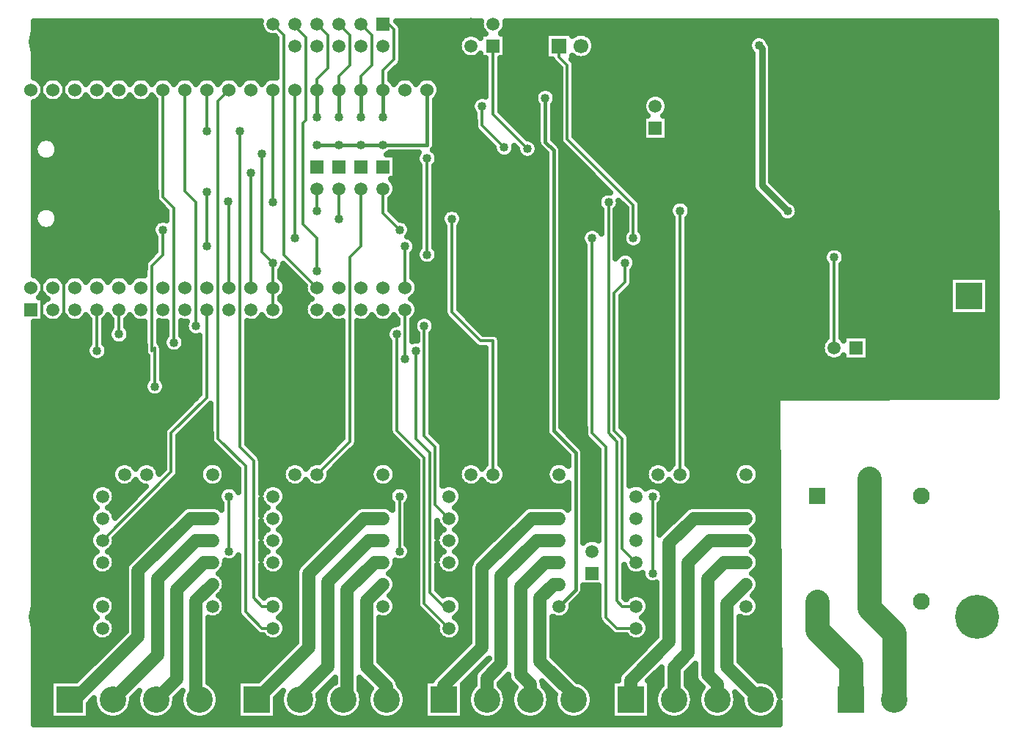
<source format=gbr>
G04 DipTrace 3.3.1.3*
G04 Bottom.gbr*
%MOIN*%
G04 #@! TF.FileFunction,Copper,L2,Bot*
G04 #@! TF.Part,Single*
G04 #@! TA.AperFunction,Conductor*
%ADD14C,0.018*%
%ADD15C,0.015*%
%ADD16C,0.012*%
G04 #@! TA.AperFunction,ViaPad*
%ADD17C,0.03*%
G04 #@! TA.AperFunction,CopperBalancing*
%ADD18C,0.025*%
G04 #@! TA.AperFunction,ComponentPad*
%ADD19C,0.06*%
G04 #@! TA.AperFunction,Conductor*
%ADD20C,0.059*%
%ADD21C,0.11*%
G04 #@! TA.AperFunction,ComponentPad*
%ADD31R,0.059055X0.059055*%
%ADD32C,0.059055*%
%ADD33R,0.066929X0.066929*%
%ADD34C,0.066929*%
%ADD35C,0.076772*%
%ADD36R,0.076772X0.076772*%
%ADD38C,0.2*%
%ADD45R,0.12X0.12*%
%ADD46C,0.12*%
%ADD47R,0.059X0.059*%
%ADD48C,0.059*%
G04 #@! TA.AperFunction,ViaPad*
%ADD55C,0.04*%
%FSLAX26Y26*%
G04*
G70*
G90*
G75*
G01*
G04 Bottom*
%LPD*%
X1743700Y3093700D2*
D14*
X1843700D1*
X1943700D1*
X2043700D1*
X2243700D1*
Y3343700D1*
X2843700Y993700D2*
D15*
X2918700Y1068700D1*
Y1693700D1*
X2818700Y1793700D1*
Y3068700D1*
X2781200Y3106200D1*
Y3306200D1*
X3752254Y3545991D2*
D17*
X3764700Y3533545D1*
Y2908700D1*
X3881700Y2791700D1*
X856200Y2606200D2*
D16*
Y2793700D1*
X893700Y2831200D1*
Y3006200D1*
Y3218700D1*
X906200Y3231200D1*
X493700Y2506200D2*
Y2268700D1*
X593700Y2506200D2*
Y2268700D1*
X531495Y3562991D2*
Y3531495D1*
X493700Y3493700D1*
Y3281200D1*
X531495Y3562991D2*
Y3555905D1*
X593700Y3493700D1*
Y3281200D1*
X1043700Y3343700D2*
Y2856200D1*
X1093700Y2806200D1*
Y2193700D1*
X1143700Y3343700D2*
Y2881200D1*
X1193700Y2831200D1*
Y2268700D1*
X2143700Y2118700D2*
Y2343700D1*
X1242814Y2880314D2*
X1243700Y2879428D1*
Y2631200D1*
X2143700D2*
Y2443700D1*
X2043700Y3218503D2*
D14*
Y3343700D1*
D16*
Y3431200D1*
X2093700Y3481200D1*
Y3618700D1*
X2068700Y3643700D1*
X2043700D1*
X1943700Y3218503D2*
D14*
Y3343700D1*
D16*
Y3406200D1*
X1993700Y3456200D1*
Y3593700D1*
X1943700Y3643700D1*
X1743700Y2443700D2*
X1593700Y2593700D1*
Y3593700D1*
X1543700Y3643700D1*
X1337893Y2837007D2*
X1343700Y2831200D1*
Y2443700D1*
X2343700Y1393700D2*
X2281200Y1456200D1*
Y1718700D1*
X2231200Y1768700D1*
Y2268700D1*
X1441928Y2966928D2*
X1443700Y2965157D1*
Y2443700D1*
X768700Y1293700D2*
X1081200Y1606200D1*
Y1781200D1*
X1243700Y1943700D1*
Y2343700D1*
X1268700Y1393700D2*
D19*
X1168700D1*
X931200Y1156200D1*
Y856200D1*
X643700Y568700D1*
X618700D1*
X1268700Y1193700D2*
X1231200D1*
X1106200Y1068700D1*
Y662499D1*
X1012401Y568700D1*
X815550D2*
X1018700Y771850D1*
Y1118700D1*
X1193700Y1293700D1*
X1268700D1*
X1543700Y993700D2*
D16*
X1493700D1*
X1456200Y1031200D1*
Y1656200D1*
X1393700Y1718700D1*
Y3156200D1*
X1243700D2*
Y3343700D1*
X1543700Y893700D2*
X1493700D1*
X1418700Y968700D1*
Y1631200D1*
X1293700Y1756200D1*
Y3293700D1*
X1343700Y3343700D1*
X2343700Y993700D2*
X2318700D1*
X2256200Y1056200D1*
Y1693700D1*
X2193700Y1756200D1*
Y2156200D1*
X743700D2*
Y2343700D1*
X3193700Y893700D2*
X3106200D1*
X3056200Y943700D1*
Y1718700D1*
X2993700Y1781200D1*
Y2668700D1*
X1643700D2*
Y3343700D1*
X1843700Y3218503D2*
D14*
Y3343700D1*
D16*
Y3406200D1*
X1893700Y3456200D1*
Y3593700D1*
X1843700Y3643700D1*
X3193700Y1193700D2*
X3131200Y1256200D1*
Y1756200D1*
X3093700Y1793700D1*
Y2418700D1*
X3143700Y2468700D1*
Y2556200D1*
X1543700D2*
Y2343700D1*
X1493700Y3053543D2*
Y2606200D1*
X1543700Y2556200D1*
X1209251Y568700D2*
D19*
X1193700D1*
Y1018700D1*
X1268700Y1093700D1*
X2699999Y3074901D2*
D16*
X2543700Y3231200D1*
Y3543700D1*
X4093700Y2168700D2*
Y2581200D1*
X3181200Y2668700D2*
Y2818700D1*
X2881200Y3118700D1*
Y3456200D1*
X2843700Y3493700D1*
Y3543700D1*
X1665550Y568700D2*
D19*
Y590550D1*
X1793700Y718700D1*
Y1106200D1*
X1981200Y1293700D1*
X2043700D1*
X1862401Y568700D2*
X1881200D1*
Y1068700D1*
X2006200Y1193700D1*
X2043700D1*
X1468700Y568700D2*
X1706200Y806200D1*
Y1143700D1*
X1956200Y1393700D1*
X2043700D1*
X2059251Y568700D2*
Y628149D1*
X1968700Y718700D1*
Y1018700D1*
X2043700Y1093700D1*
X1743700Y3218503D2*
D14*
Y3343700D1*
D16*
Y3393700D1*
X1793700Y3443700D1*
Y3593700D1*
X1743700Y3643700D1*
X2909251Y568700D2*
D19*
Y590649D1*
X2756200Y743700D1*
Y1031200D1*
X2818700Y1093700D1*
D20*
X2843700D1*
X3268700Y1143700D2*
D16*
Y1493700D1*
X3365550Y568700D2*
D19*
Y715550D1*
X3431200Y781200D1*
Y1193700D1*
X3531200Y1293700D1*
X3634200D1*
D20*
X3693700D1*
X3562401Y568700D2*
D19*
Y637499D1*
X3518700Y681200D1*
Y1118700D1*
X3593700Y1193700D1*
X3634200D1*
D20*
X3693700D1*
X3759251Y568700D2*
D19*
X3756200D1*
X3606200Y718700D1*
Y1006200D1*
X3651627Y1051627D1*
D20*
X3693700Y1093700D1*
X2493700Y3268700D2*
D16*
Y3181200D1*
X2593700Y3081200D1*
X1643700Y3643700D2*
Y3631200D1*
X1693700Y3581200D1*
Y3206200D1*
X1681200Y3193700D1*
Y2731200D1*
X1743700Y2668700D1*
Y2518700D1*
X1343700Y1243700D2*
Y1493700D1*
X2118700Y1243700D2*
Y1493700D1*
X2318700Y568700D2*
D19*
Y631200D1*
X2493700Y806200D1*
Y1168700D1*
X2718700Y1393700D1*
X2784200D1*
D20*
X2843700D1*
X2515550Y568700D2*
D19*
Y665550D1*
X2581200Y731200D1*
Y1131200D1*
X2743700Y1293700D1*
X2784200D1*
D20*
X2843700D1*
X4015747Y1015747D2*
D21*
Y884153D1*
X4168700Y731200D1*
Y568700D1*
X2712401D2*
D19*
Y637499D1*
X2668700Y681200D1*
Y1081200D1*
X2781200Y1193700D1*
D20*
X2843700D1*
X2343700Y893700D2*
D16*
X2231200Y1006200D1*
Y1668700D1*
X2106200Y1793700D1*
Y2231200D1*
X843700D2*
Y2343700D1*
X3168700Y568700D2*
D19*
Y656200D1*
X3343700Y831200D1*
Y1281200D1*
X3456200Y1393700D1*
X3634200D1*
D20*
X3693700D1*
X4365550Y568700D2*
D21*
Y871850D1*
X4251968Y985432D1*
Y1574802D1*
X2243700Y2593700D2*
D16*
Y3031200D1*
X1006200Y1993700D2*
Y2168700D1*
X993700Y2156200D1*
Y2543700D1*
X1043700Y2593700D1*
Y2706200D1*
X2118700D2*
X2043700Y2781200D1*
Y2893700D1*
X1943700D2*
Y2631200D1*
X1893700Y2581200D1*
Y1743700D1*
X1743700Y1593700D1*
X2543700D2*
Y2201029D1*
X2486371D1*
X2356200Y2331200D1*
Y2756200D1*
X1843700D2*
Y2893700D1*
X3393700Y1593700D2*
Y2793700D1*
X1743700D2*
Y2893700D1*
X3193700Y993700D2*
X3131200D1*
X3106200Y1018700D1*
Y1743700D1*
X3068700Y1781200D1*
Y2831200D1*
X1543700D2*
Y3343700D1*
D55*
X2781200Y3306200D3*
X1093700Y2193700D3*
X1193700Y2268700D3*
X2143700Y2118700D3*
X1242814Y2880314D3*
X1243700Y2631200D3*
X2143700D3*
X2043700Y3218503D3*
X1943700D3*
X1337893Y2837007D3*
X2231200Y2268700D3*
X1441928Y2966928D3*
X1393700Y3156200D3*
X1243700D3*
X2193700Y2156200D3*
X743700D3*
X2993700Y2668700D3*
X1643700D3*
X1843700Y3218503D3*
X3143700Y2556200D3*
X1543700D3*
X1493700Y3053543D3*
X1543700Y2556200D3*
X2699999Y3074901D3*
X4093700Y2581200D3*
X3181200Y2668700D3*
X1743700Y3218503D3*
X3268700Y1143700D3*
Y1493700D3*
X2493700Y3268700D3*
X2593700Y3081200D3*
X1743700Y2518700D3*
X1343700Y1243700D3*
Y1493700D3*
X2118700Y1243700D3*
Y1493700D3*
X2106200Y2231200D3*
X843700D3*
X2243700Y2593700D3*
Y3031200D3*
X1006200Y1993700D3*
X1043700Y2706200D3*
X2118700D3*
X2356200Y2756200D3*
X1843700D3*
X3393700Y2793700D3*
X1743700D3*
X3068700Y2831200D3*
X1543700D3*
X606200Y3181200D3*
X593700Y2606200D3*
X856200D3*
X906200Y3231200D3*
X2406200Y3106200D3*
X893700Y3006200D3*
X4093700Y2056200D3*
X2143700Y3543700D3*
X493700Y2506200D3*
Y2268700D3*
X593700D3*
Y2506200D3*
X493700Y3281200D3*
X593700D3*
D17*
X3959700Y3090700D3*
X3985700D3*
X4011700D3*
X3959700Y3051700D3*
X3985700D3*
X4011700D3*
X3959700Y3012700D3*
X3985700D3*
X4011700D3*
X4207254Y3441991D3*
Y3402991D3*
D55*
X3881700Y2791700D3*
X3752254Y3545991D3*
X1468700Y1943700D3*
Y1893700D3*
Y1843700D3*
X2318700Y1893700D3*
Y1943700D3*
Y1843700D3*
X693700Y1893700D3*
Y1943700D3*
Y1843700D3*
X3168700Y1893700D3*
Y1943700D3*
Y1843700D3*
X1743700Y3093700D3*
X1843700D3*
X1943700D3*
X2043700D3*
X2468700Y3343700D3*
X458718Y3631331D2*
D18*
X1486572D1*
X2126148D2*
X2486557D1*
X2600860D2*
X4828718D1*
X458718Y3606462D2*
X1499347D1*
X2128696D2*
X2499332D1*
X2588050D2*
X4828754D1*
X458718Y3581594D2*
X1557336D1*
X2128696D2*
X2399933D1*
X2602224D2*
X2781238D1*
X2992680D2*
X3719825D1*
X3784680D2*
X4828754D1*
X458718Y3556725D2*
X1558700D1*
X2128696D2*
X2386691D1*
X2602224D2*
X2781238D1*
X3004737D2*
X3704502D1*
X3801617D2*
X4828790D1*
X458718Y3531856D2*
X1558700D1*
X2128696D2*
X2386440D1*
X2602224D2*
X2781238D1*
X3004988D2*
X3705471D1*
X3808686D2*
X4828826D1*
X458718Y3506987D2*
X1558700D1*
X2128696D2*
X2398892D1*
X2602224D2*
X2781238D1*
X2993613D2*
X3720686D1*
X3808686D2*
X4828826D1*
X458718Y3482119D2*
X1558700D1*
X2128696D2*
X2508698D1*
X2578684D2*
X2810842D1*
X2903759D2*
X3720686D1*
X3808686D2*
X4828861D1*
X458718Y3457250D2*
X1558700D1*
X2118218D2*
X2508698D1*
X2578684D2*
X2831691D1*
X2916175D2*
X3720686D1*
X3808686D2*
X4828861D1*
X458718Y3432381D2*
X1558700D1*
X2093350D2*
X2508698D1*
X2578684D2*
X2846188D1*
X2916211D2*
X3720686D1*
X3808686D2*
X4828897D1*
X458718Y3407512D2*
X1558700D1*
X2078710D2*
X2508698D1*
X2578684D2*
X2846188D1*
X2916211D2*
X3720686D1*
X3808686D2*
X4828897D1*
X487138Y3382644D2*
X500260D1*
X587147D2*
X600269D1*
X687121D2*
X700278D1*
X787130D2*
X800252D1*
X887139D2*
X900261D1*
X987148D2*
X1000270D1*
X1087122D2*
X1100279D1*
X1187131D2*
X1200253D1*
X1287140D2*
X1300262D1*
X1387149D2*
X1400271D1*
X1487123D2*
X1500280D1*
X2087142D2*
X2100264D1*
X2187152D2*
X2200273D1*
X2287125D2*
X2508698D1*
X2578684D2*
X2846188D1*
X2916211D2*
X3720686D1*
X3808686D2*
X4828933D1*
X2300904Y3357775D2*
X2508698D1*
X2578684D2*
X2846188D1*
X2916211D2*
X3720686D1*
X3808686D2*
X4828933D1*
X2301658Y3332906D2*
X2508698D1*
X2578684D2*
X2740617D1*
X2821763D2*
X2846188D1*
X2916211D2*
X3720686D1*
X3808686D2*
X4828969D1*
X2290032Y3308037D2*
X2466390D1*
X2578684D2*
X2732220D1*
X2830160D2*
X2846188D1*
X2916211D2*
X3238797D1*
X3323604D2*
X3720686D1*
X3808686D2*
X4828969D1*
X458718Y3283169D2*
X1008703D1*
X2281706D2*
X2447013D1*
X2578684D2*
X2738321D1*
X2824096D2*
X2846188D1*
X2916211D2*
X3224587D1*
X3337814D2*
X3720686D1*
X3808686D2*
X4829005D1*
X458718Y3258300D2*
X1008703D1*
X2281706D2*
X2445864D1*
X2578684D2*
X2744708D1*
X2817708D2*
X2846188D1*
X2916211D2*
X3223654D1*
X3338747D2*
X3720686D1*
X3808686D2*
X4829041D1*
X458718Y3233431D2*
X1008703D1*
X2281706D2*
X2458711D1*
X2589916D2*
X2744708D1*
X2817708D2*
X2846188D1*
X2916211D2*
X3235173D1*
X3327228D2*
X3720686D1*
X3808686D2*
X4829041D1*
X458718Y3208562D2*
X1008703D1*
X2281706D2*
X2458711D1*
X2614783D2*
X2744708D1*
X2817708D2*
X2846188D1*
X2916211D2*
X3222685D1*
X3339716D2*
X3720686D1*
X3808686D2*
X4829077D1*
X458718Y3183693D2*
X1008703D1*
X2281706D2*
X2458711D1*
X2639651D2*
X2744708D1*
X2817708D2*
X2846188D1*
X2916211D2*
X3222685D1*
X3339716D2*
X3720686D1*
X3808686D2*
X4829077D1*
X458718Y3158825D2*
X1008703D1*
X2281706D2*
X2467646D1*
X2664555D2*
X2744708D1*
X2817708D2*
X2846188D1*
X2916211D2*
X3222685D1*
X3339716D2*
X3720686D1*
X3808686D2*
X4829113D1*
X458718Y3133956D2*
X1008703D1*
X2281706D2*
X2492478D1*
X2689423D2*
X2744708D1*
X2817708D2*
X2846188D1*
X2916211D2*
X3222685D1*
X3339716D2*
X3720686D1*
X3808686D2*
X4829113D1*
X458718Y3109087D2*
X472808D1*
X552376D2*
X1008703D1*
X2281706D2*
X2517346D1*
X2828904D2*
X2847660D1*
X2939284D2*
X3720686D1*
X3808686D2*
X4829149D1*
X565832Y3084218D2*
X1008703D1*
X2280415D2*
X2542213D1*
X2851440D2*
X2867217D1*
X2964152D2*
X3720686D1*
X3808686D2*
X4829149D1*
X565330Y3059350D2*
X1008703D1*
X2283214D2*
X2550144D1*
X2637247D2*
X2653670D1*
X2746335D2*
X2777470D1*
X2855207D2*
X2892084D1*
X2989020D2*
X3720686D1*
X3808686D2*
X4829184D1*
X458718Y3034481D2*
X474997D1*
X550223D2*
X1008703D1*
X2102214D2*
X2194819D1*
X2292579D2*
X2674518D1*
X2725486D2*
X2782207D1*
X2855207D2*
X2916952D1*
X3013887D2*
X3720686D1*
X3808686D2*
X4829220D1*
X458718Y3009612D2*
X1008703D1*
X2102214D2*
X2200022D1*
X2287376D2*
X2782207D1*
X2855207D2*
X2941820D1*
X3038755D2*
X3720686D1*
X3808686D2*
X4829220D1*
X458718Y2984743D2*
X1008703D1*
X2102214D2*
X2208706D1*
X2278692D2*
X2782207D1*
X2855207D2*
X2966688D1*
X3063623D2*
X3720686D1*
X3808686D2*
X4829256D1*
X458718Y2959875D2*
X1008703D1*
X2102214D2*
X2208706D1*
X2278692D2*
X2782207D1*
X2855207D2*
X2991555D1*
X3088491D2*
X3720686D1*
X3808686D2*
X4829256D1*
X458718Y2935006D2*
X1008703D1*
X2084056D2*
X2208706D1*
X2278692D2*
X2782207D1*
X2855207D2*
X3016423D1*
X3113358D2*
X3720686D1*
X3808686D2*
X4829292D1*
X458718Y2910137D2*
X1008703D1*
X2099774D2*
X2208706D1*
X2278692D2*
X2782207D1*
X2855207D2*
X3041291D1*
X3138226D2*
X3720686D1*
X3824439D2*
X4829292D1*
X458718Y2885268D2*
X1008703D1*
X2101604D2*
X2208706D1*
X2278692D2*
X2782207D1*
X2855207D2*
X3066158D1*
X3163094D2*
X3727935D1*
X3849307D2*
X4829328D1*
X458718Y2860399D2*
X1008703D1*
X2091269D2*
X2208706D1*
X2278692D2*
X2782207D1*
X2855207D2*
X3030023D1*
X3187962D2*
X3751798D1*
X3874175D2*
X4829328D1*
X458718Y2835531D2*
X1016131D1*
X2078710D2*
X2208706D1*
X2278692D2*
X2782207D1*
X2855207D2*
X3019904D1*
X3211502D2*
X3370887D1*
X3416508D2*
X3776665D1*
X3899724D2*
X4829364D1*
X458718Y2810662D2*
X1040783D1*
X2078710D2*
X2208706D1*
X2278692D2*
X2782207D1*
X2855207D2*
X3024497D1*
X3112928D2*
X3140762D1*
X3216202D2*
X3347921D1*
X3439510D2*
X3801533D1*
X3926673D2*
X4829400D1*
X558978Y2785793D2*
X1058689D1*
X2087573D2*
X2208706D1*
X2278692D2*
X2317830D1*
X2394562D2*
X2782207D1*
X2855207D2*
X3033683D1*
X3103705D2*
X3146216D1*
X3216202D2*
X3345373D1*
X3442022D2*
X3826401D1*
X3930334D2*
X4829400D1*
X567016Y2760924D2*
X1058689D1*
X2112441D2*
X2208706D1*
X2278692D2*
X2307423D1*
X2404969D2*
X2782207D1*
X2855207D2*
X3033683D1*
X3103705D2*
X3146216D1*
X3216202D2*
X3358220D1*
X3429175D2*
X3844343D1*
X3919066D2*
X4829436D1*
X562316Y2736056D2*
X1005545D1*
X2156865D2*
X2208706D1*
X2278692D2*
X2311801D1*
X2400627D2*
X2782207D1*
X2855207D2*
X3033683D1*
X3103705D2*
X3146216D1*
X3216202D2*
X3358686D1*
X3428709D2*
X4829436D1*
X458718Y2711187D2*
X487198D1*
X537986D2*
X994959D1*
X2167415D2*
X2208706D1*
X2278692D2*
X2321203D1*
X2391189D2*
X2782207D1*
X2855207D2*
X2972285D1*
X3015107D2*
X3033683D1*
X3103705D2*
X3146216D1*
X3216202D2*
X3358686D1*
X3428709D2*
X4829472D1*
X458718Y2686318D2*
X999158D1*
X2163253D2*
X2208706D1*
X2278692D2*
X2321203D1*
X2391189D2*
X2782207D1*
X2855207D2*
X2948171D1*
X3103705D2*
X3135666D1*
X3226716D2*
X3358686D1*
X3428709D2*
X4829472D1*
X458718Y2661449D2*
X1008703D1*
X2181518D2*
X2208706D1*
X2278692D2*
X2321203D1*
X2391189D2*
X2782207D1*
X2855207D2*
X2945265D1*
X3103705D2*
X3132760D1*
X3229623D2*
X3358686D1*
X3428709D2*
X4829507D1*
X458718Y2636581D2*
X1008703D1*
X2192391D2*
X2208706D1*
X2278692D2*
X2321203D1*
X2391189D2*
X2782207D1*
X2855207D2*
X2957573D1*
X3103705D2*
X3145068D1*
X3217315D2*
X3358686D1*
X3428709D2*
X4829507D1*
X458718Y2611712D2*
X1008703D1*
X2289063D2*
X2321203D1*
X2391189D2*
X2782207D1*
X2855207D2*
X2958685D1*
X3103705D2*
X3358686D1*
X3428709D2*
X4056096D1*
X4131285D2*
X4829543D1*
X458718Y2586843D2*
X988392D1*
X2178683D2*
X2195213D1*
X2292185D2*
X2321203D1*
X2391189D2*
X2782207D1*
X2855207D2*
X2958685D1*
X3181179D2*
X3358686D1*
X3428709D2*
X4045043D1*
X4142373D2*
X4829543D1*
X458718Y2561974D2*
X964314D1*
X2178683D2*
X2207199D1*
X2280199D2*
X2321203D1*
X2391189D2*
X2782207D1*
X2855207D2*
X2958685D1*
X3192339D2*
X3358686D1*
X3428709D2*
X4048847D1*
X4138534D2*
X4829579D1*
X458718Y2537106D2*
X958716D1*
X1588603D2*
X1601832D1*
X2178683D2*
X2321203D1*
X2391189D2*
X2782207D1*
X2855207D2*
X2958685D1*
X3188607D2*
X3358686D1*
X3428709D2*
X4058715D1*
X4128701D2*
X4829615D1*
X458718Y2512237D2*
X958716D1*
X1578699D2*
X1626700D1*
X2178683D2*
X2321203D1*
X2391189D2*
X2782207D1*
X2855207D2*
X2958685D1*
X3178703D2*
X3358686D1*
X3428709D2*
X4058715D1*
X4128701D2*
X4829615D1*
X482043Y2487368D2*
X505355D1*
X582052D2*
X605365D1*
X682061D2*
X705338D1*
X782034D2*
X805347D1*
X882044D2*
X905356D1*
X1582037D2*
X1651568D1*
X2182056D2*
X2321203D1*
X2391189D2*
X2782207D1*
X2855207D2*
X2958685D1*
X3178703D2*
X3358686D1*
X3428709D2*
X4058715D1*
X4128701D2*
X4617217D1*
X4795214D2*
X4829651D1*
X1599476Y2462499D2*
X1676436D1*
X2199496D2*
X2321203D1*
X2391189D2*
X2782207D1*
X2855207D2*
X2958685D1*
X3178093D2*
X3358686D1*
X3428709D2*
X4058715D1*
X4128701D2*
X4617217D1*
X4795214D2*
X4829651D1*
X1602383Y2437630D2*
X1685012D1*
X2202366D2*
X2321203D1*
X2391189D2*
X2782207D1*
X2855207D2*
X2958685D1*
X3161084D2*
X3358686D1*
X3428709D2*
X4058715D1*
X4128701D2*
X4617217D1*
X4795214D2*
X4829687D1*
X1593484Y2412762D2*
X1693911D1*
X2193467D2*
X2321203D1*
X2391189D2*
X2782207D1*
X2855207D2*
X2958685D1*
X3136217D2*
X3358686D1*
X3428709D2*
X4058715D1*
X4128701D2*
X4617217D1*
X4795214D2*
X4829687D1*
X1580637Y2387893D2*
X1706758D1*
X2180657D2*
X2321203D1*
X2391189D2*
X2782207D1*
X2855207D2*
X2958685D1*
X3128717D2*
X3358686D1*
X3428709D2*
X4058715D1*
X4128701D2*
X4617217D1*
X4795214D2*
X4829723D1*
X1598794Y2363024D2*
X1688600D1*
X2198778D2*
X2321203D1*
X2391189D2*
X2782207D1*
X2855207D2*
X2958685D1*
X3128717D2*
X3358686D1*
X3428709D2*
X4058715D1*
X4128701D2*
X4617217D1*
X4795214D2*
X4829723D1*
X1601952Y2338155D2*
X1685443D1*
X2201936D2*
X2321203D1*
X2397720D2*
X2782207D1*
X2855207D2*
X2958685D1*
X3128717D2*
X3358686D1*
X3428709D2*
X4058715D1*
X4128701D2*
X4617217D1*
X4795214D2*
X4829759D1*
X1593268Y2313287D2*
X1694162D1*
X2193252D2*
X2215488D1*
X2246899D2*
X2326585D1*
X2422588D2*
X2782207D1*
X2855207D2*
X2958685D1*
X3128717D2*
X3358686D1*
X3428709D2*
X4058715D1*
X4128701D2*
X4829794D1*
X502245Y2288418D2*
X532089D1*
X555318D2*
X632098D1*
X655292D2*
X708711D1*
X778697D2*
X808684D1*
X878706D2*
X932090D1*
X1455294D2*
X1532074D1*
X1555303D2*
X1732092D1*
X1755321D2*
X1832101D1*
X1955304D2*
X2032084D1*
X2055313D2*
X2108697D1*
X2275821D2*
X2350520D1*
X2447455D2*
X2782207D1*
X2855207D2*
X2958685D1*
X3128717D2*
X3358686D1*
X3428709D2*
X4058715D1*
X4128701D2*
X4829794D1*
X458718Y2263549D2*
X708711D1*
X778697D2*
X807787D1*
X879604D2*
X958716D1*
X1028702D2*
X1058689D1*
X1128712D2*
X1144991D1*
X1428703D2*
X1858691D1*
X1928714D2*
X2070301D1*
X2279912D2*
X2375388D1*
X2472323D2*
X2782207D1*
X2855207D2*
X2958685D1*
X3128717D2*
X3358686D1*
X3428709D2*
X4058715D1*
X4128701D2*
X4829830D1*
X458718Y2238680D2*
X708711D1*
X778697D2*
X795300D1*
X892091D2*
X958716D1*
X1028702D2*
X1058689D1*
X1128712D2*
X1155684D1*
X1428703D2*
X1858691D1*
X1928714D2*
X2057813D1*
X2178683D2*
X2193204D1*
X2269219D2*
X2400256D1*
X2497191D2*
X2782207D1*
X2855207D2*
X2958685D1*
X3128717D2*
X3358686D1*
X3428709D2*
X4058715D1*
X4128701D2*
X4829830D1*
X458718Y2213812D2*
X708711D1*
X778697D2*
X798063D1*
X889328D2*
X958716D1*
X1028702D2*
X1049288D1*
X1138113D2*
X1208685D1*
X1428703D2*
X1858691D1*
X1928714D2*
X2060576D1*
X2178683D2*
X2196182D1*
X2266204D2*
X2425123D1*
X2576064D2*
X2782207D1*
X2855207D2*
X2958685D1*
X3128717D2*
X3358686D1*
X3428709D2*
X4057962D1*
X4252215D2*
X4829866D1*
X458718Y2188943D2*
X708173D1*
X779235D2*
X821782D1*
X865609D2*
X958716D1*
X1142455D2*
X1208685D1*
X1428703D2*
X1858691D1*
X1928714D2*
X2071198D1*
X2266204D2*
X2449991D1*
X2578684D2*
X2782207D1*
X2855207D2*
X2958685D1*
X3128717D2*
X3358686D1*
X3428709D2*
X4038943D1*
X4252215D2*
X4829866D1*
X458718Y2164074D2*
X695362D1*
X792046D2*
X958716D1*
X1041190D2*
X1055352D1*
X1132049D2*
X1208685D1*
X1428703D2*
X1858691D1*
X1928714D2*
X2071198D1*
X2266204D2*
X2508698D1*
X2578684D2*
X2782207D1*
X2855207D2*
X2958685D1*
X3128717D2*
X3358686D1*
X3428709D2*
X4035354D1*
X4252215D2*
X4829902D1*
X458718Y2139205D2*
X697910D1*
X789498D2*
X963489D1*
X1041190D2*
X1208685D1*
X1428703D2*
X1858691D1*
X1928714D2*
X2071198D1*
X2266204D2*
X2508698D1*
X2578684D2*
X2782207D1*
X2855207D2*
X2958685D1*
X3128717D2*
X3358686D1*
X3428709D2*
X4043572D1*
X4252215D2*
X4829902D1*
X458718Y2114336D2*
X720947D1*
X766425D2*
X971204D1*
X1041190D2*
X1208685D1*
X1428703D2*
X1858691D1*
X1928714D2*
X2071198D1*
X2266204D2*
X2508698D1*
X2578684D2*
X2782207D1*
X2855207D2*
X2958685D1*
X3128717D2*
X3358686D1*
X3428709D2*
X4077662D1*
X4109754D2*
X4135184D1*
X4252215D2*
X4829938D1*
X458718Y2089468D2*
X971204D1*
X1041190D2*
X1208685D1*
X1428703D2*
X1858691D1*
X1928714D2*
X2071198D1*
X2266204D2*
X2508698D1*
X2578684D2*
X2782207D1*
X2855207D2*
X2958685D1*
X3128717D2*
X3358686D1*
X3428709D2*
X4829974D1*
X458718Y2064599D2*
X971204D1*
X1041190D2*
X1208685D1*
X1428703D2*
X1858691D1*
X1928714D2*
X2071198D1*
X2266204D2*
X2508698D1*
X2578684D2*
X2782207D1*
X2855207D2*
X2958685D1*
X3128717D2*
X3358686D1*
X3428709D2*
X4829974D1*
X458718Y2039730D2*
X971204D1*
X1041190D2*
X1208685D1*
X1428703D2*
X1858691D1*
X1928714D2*
X2071198D1*
X2266204D2*
X2508698D1*
X2578684D2*
X2782207D1*
X2855207D2*
X2958685D1*
X3128717D2*
X3358686D1*
X3428709D2*
X4830010D1*
X458718Y2014861D2*
X962305D1*
X1050089D2*
X1208685D1*
X1428703D2*
X1858691D1*
X1928714D2*
X2071198D1*
X2266204D2*
X2508698D1*
X2578684D2*
X2782207D1*
X2855207D2*
X2958685D1*
X3128717D2*
X3358686D1*
X3428709D2*
X4830010D1*
X458718Y1989993D2*
X957352D1*
X1055041D2*
X1208685D1*
X1428703D2*
X1858691D1*
X1928714D2*
X2071198D1*
X2266204D2*
X2508698D1*
X2578684D2*
X2782207D1*
X2855207D2*
X2958685D1*
X3128717D2*
X3358686D1*
X3428709D2*
X4830046D1*
X458718Y1965124D2*
X967005D1*
X1045389D2*
X1208685D1*
X1428703D2*
X1858691D1*
X1928714D2*
X2071198D1*
X2266204D2*
X2508698D1*
X2578684D2*
X2782207D1*
X2855207D2*
X2958685D1*
X3128717D2*
X3358686D1*
X3428709D2*
X4830046D1*
X458718Y1940255D2*
X1191784D1*
X1428703D2*
X1858691D1*
X1928714D2*
X2071198D1*
X2266204D2*
X2508698D1*
X2578684D2*
X2782207D1*
X2855207D2*
X2958685D1*
X3128717D2*
X3358686D1*
X3428709D2*
X3840216D1*
X458718Y1915386D2*
X1166916D1*
X1428703D2*
X1858691D1*
X1928714D2*
X2071198D1*
X2266204D2*
X2508698D1*
X2578684D2*
X2782207D1*
X2855207D2*
X2958685D1*
X3128717D2*
X3358686D1*
X3428709D2*
X3833506D1*
X458718Y1890518D2*
X1142048D1*
X1238984D2*
X1258708D1*
X1428703D2*
X1858691D1*
X1928714D2*
X2071198D1*
X2266204D2*
X2508698D1*
X2578684D2*
X2782207D1*
X2855207D2*
X2958685D1*
X3128717D2*
X3358686D1*
X3428709D2*
X3833685D1*
X458718Y1865649D2*
X1117181D1*
X1214116D2*
X1258708D1*
X1428703D2*
X1858691D1*
X1928714D2*
X2071198D1*
X2266204D2*
X2508698D1*
X2578684D2*
X2782207D1*
X2855207D2*
X2958685D1*
X3128717D2*
X3358686D1*
X3428709D2*
X3833829D1*
X458718Y1840780D2*
X1092313D1*
X1189248D2*
X1258708D1*
X1428703D2*
X1858691D1*
X1928714D2*
X2071198D1*
X2266204D2*
X2508698D1*
X2578684D2*
X2782207D1*
X2855207D2*
X2958685D1*
X3128717D2*
X3358686D1*
X3428709D2*
X3834008D1*
X458718Y1815911D2*
X1067445D1*
X1164380D2*
X1258708D1*
X1428703D2*
X1858691D1*
X1928714D2*
X2071198D1*
X2266204D2*
X2508698D1*
X2578684D2*
X2782207D1*
X2855207D2*
X2958685D1*
X3128717D2*
X3358686D1*
X3428709D2*
X3834188D1*
X458718Y1791043D2*
X1047709D1*
X1139513D2*
X1258708D1*
X1428703D2*
X1858691D1*
X1928714D2*
X2071305D1*
X2266204D2*
X2508698D1*
X2578684D2*
X2782315D1*
X2871929D2*
X2958685D1*
X3144829D2*
X3358686D1*
X3428709D2*
X3834331D1*
X458718Y1766174D2*
X1046202D1*
X1116188D2*
X1258708D1*
X1428703D2*
X1858691D1*
X1928714D2*
X2085264D1*
X2282173D2*
X2508698D1*
X2578684D2*
X2795628D1*
X2896797D2*
X2962381D1*
X3164637D2*
X3358686D1*
X3428709D2*
X3834511D1*
X458718Y1741305D2*
X1046202D1*
X1116188D2*
X1262296D1*
X1428703D2*
X1842831D1*
X1928606D2*
X2110132D1*
X2307041D2*
X2508698D1*
X2578684D2*
X2820495D1*
X2921665D2*
X2985132D1*
X3166216D2*
X3358686D1*
X3428709D2*
X3834654D1*
X458718Y1716436D2*
X1046202D1*
X1116188D2*
X1285011D1*
X1444421D2*
X1817963D1*
X1914898D2*
X2135000D1*
X2316191D2*
X2508698D1*
X2578684D2*
X2845363D1*
X2946497D2*
X3010000D1*
X3166216D2*
X3358686D1*
X3428709D2*
X3834834D1*
X458718Y1691567D2*
X1046202D1*
X1116188D2*
X1309879D1*
X1469288D2*
X1793095D1*
X1890030D2*
X2159867D1*
X2316191D2*
X2508698D1*
X2578684D2*
X2870267D1*
X2955217D2*
X3021196D1*
X3166216D2*
X3358686D1*
X3428709D2*
X3835013D1*
X458718Y1666699D2*
X1046202D1*
X1116188D2*
X1334746D1*
X1489455D2*
X1768227D1*
X1865163D2*
X2184735D1*
X2316191D2*
X2508698D1*
X2578684D2*
X2882216D1*
X2955217D2*
X3021196D1*
X3166216D2*
X3358686D1*
X3428709D2*
X3835157D1*
X458718Y1641830D2*
X837571D1*
X899842D2*
X937580D1*
X999816D2*
X1046202D1*
X1116188D2*
X1237572D1*
X1299843D2*
X1359614D1*
X1491214D2*
X1612562D1*
X1674833D2*
X1712571D1*
X1840295D2*
X2012563D1*
X2074834D2*
X2196182D1*
X2316191D2*
X2412564D1*
X2474835D2*
X2508698D1*
X2578684D2*
X2812565D1*
X2955217D2*
X3021196D1*
X3166216D2*
X3262589D1*
X3324824D2*
X3358686D1*
X3428709D2*
X3662590D1*
X3724825D2*
X3835336D1*
X458718Y1616961D2*
X815251D1*
X1022136D2*
X1043510D1*
X1116188D2*
X1215252D1*
X1322127D2*
X1383693D1*
X1491214D2*
X1590242D1*
X1815427D2*
X1990243D1*
X2097154D2*
X2196182D1*
X2316191D2*
X2390244D1*
X2597128D2*
X2790245D1*
X2955217D2*
X3021196D1*
X3166216D2*
X3240269D1*
X3447153D2*
X3640270D1*
X3747145D2*
X3835480D1*
X458718Y1592092D2*
X810227D1*
X1112994D2*
X1210228D1*
X1327187D2*
X1383693D1*
X1491214D2*
X1585218D1*
X1802186D2*
X1985219D1*
X2102178D2*
X2196182D1*
X2316191D2*
X2385220D1*
X2602188D2*
X2785221D1*
X2955217D2*
X3021196D1*
X3166216D2*
X3235209D1*
X3452177D2*
X3635210D1*
X3752169D2*
X3835659D1*
X458718Y1567224D2*
X816866D1*
X1090674D2*
X1216867D1*
X1320548D2*
X1383693D1*
X1491214D2*
X1591857D1*
X1795547D2*
X1991858D1*
X2095539D2*
X2196182D1*
X2316191D2*
X2391859D1*
X2595549D2*
X2791860D1*
X2955217D2*
X3021196D1*
X3166216D2*
X3241847D1*
X3445538D2*
X3641848D1*
X3745530D2*
X3835838D1*
X458718Y1542355D2*
X738459D1*
X798936D2*
X843851D1*
X893563D2*
X943860D1*
X1065807D2*
X1243852D1*
X1293564D2*
X1383693D1*
X1491214D2*
X1513486D1*
X1573927D2*
X1618842D1*
X1668553D2*
X1718851D1*
X1768563D2*
X2018843D1*
X2068554D2*
X2196182D1*
X2373929D2*
X2418844D1*
X2468555D2*
X2518853D1*
X2568565D2*
X2818845D1*
X2868556D2*
X2882216D1*
X2955217D2*
X3021196D1*
X3223917D2*
X3268832D1*
X3318544D2*
X3368842D1*
X3418553D2*
X3668833D1*
X3718545D2*
X3835982D1*
X458718Y1517486D2*
X715493D1*
X821902D2*
X944039D1*
X1040939D2*
X1301231D1*
X1596893D2*
X2076257D1*
X2161171D2*
X2196182D1*
X2396895D2*
X2882216D1*
X2955217D2*
X3021196D1*
X3311152D2*
X3836161D1*
X458718Y1492617D2*
X710218D1*
X827177D2*
X919172D1*
X1016071D2*
X1294700D1*
X1602203D2*
X2069726D1*
X2167702D2*
X2196182D1*
X2402205D2*
X2882216D1*
X2955217D2*
X3021196D1*
X3317683D2*
X3836305D1*
X458718Y1467749D2*
X716570D1*
X820825D2*
X894304D1*
X991203D2*
X1302630D1*
X1595816D2*
X2077621D1*
X2159772D2*
X2196182D1*
X2395818D2*
X2882216D1*
X2955217D2*
X3021196D1*
X3309788D2*
X3836484D1*
X458718Y1442880D2*
X739428D1*
X797967D2*
X869400D1*
X966336D2*
X1138388D1*
X1491214D2*
X1514419D1*
X1572994D2*
X1925903D1*
X2153707D2*
X2196182D1*
X2372996D2*
X2688370D1*
X2955217D2*
X3021196D1*
X3303688D2*
X3425897D1*
X3722995D2*
X3836628D1*
X458718Y1418011D2*
X715744D1*
X821651D2*
X844533D1*
X941468D2*
X1110614D1*
X1596641D2*
X1898092D1*
X2153707D2*
X2196182D1*
X2396643D2*
X2660595D1*
X2955217D2*
X3021196D1*
X3303688D2*
X3398123D1*
X3746642D2*
X3836807D1*
X458718Y1393142D2*
X710218D1*
X916600D2*
X1085746D1*
X1602203D2*
X1873225D1*
X2153707D2*
X2196182D1*
X2402205D2*
X2635728D1*
X2955217D2*
X3021196D1*
X3303688D2*
X3373255D1*
X3752204D2*
X3836987D1*
X458718Y1368273D2*
X716318D1*
X891732D2*
X1060878D1*
X1596103D2*
X1848357D1*
X2153707D2*
X2196182D1*
X2396105D2*
X2610860D1*
X2955217D2*
X3021196D1*
X3303688D2*
X3348388D1*
X3746104D2*
X3837130D1*
X458718Y1343405D2*
X740397D1*
X866865D2*
X1036011D1*
X1491214D2*
X1515387D1*
X1571989D2*
X1823489D1*
X2153707D2*
X2196182D1*
X2291216D2*
X2315390D1*
X2371991D2*
X2585992D1*
X2955217D2*
X3021196D1*
X3303688D2*
X3323484D1*
X3721990D2*
X3837310D1*
X458718Y1318536D2*
X715995D1*
X841997D2*
X1011143D1*
X1596390D2*
X1798621D1*
X2153707D2*
X2196182D1*
X2396392D2*
X2561124D1*
X2955217D2*
X3021196D1*
X3746391D2*
X3837453D1*
X458718Y1293667D2*
X710182D1*
X827213D2*
X986275D1*
X1602203D2*
X1773754D1*
X2153707D2*
X2196182D1*
X2402205D2*
X2536257D1*
X3752204D2*
X3837633D1*
X458718Y1268798D2*
X716031D1*
X821364D2*
X961407D1*
X1596354D2*
X1748886D1*
X2160346D2*
X2196182D1*
X2396356D2*
X2511389D1*
X3746355D2*
X3837812D1*
X458718Y1243930D2*
X740540D1*
X796855D2*
X936540D1*
X1491214D2*
X1515531D1*
X1571881D2*
X1724018D1*
X2167702D2*
X2196182D1*
X2291216D2*
X2315533D1*
X2371883D2*
X2486521D1*
X3721882D2*
X3837956D1*
X458718Y1219061D2*
X716283D1*
X821112D2*
X911672D1*
X1596139D2*
X1699150D1*
X2160633D2*
X2196182D1*
X2396141D2*
X2461653D1*
X3746140D2*
X3838135D1*
X458718Y1194192D2*
X710218D1*
X827213D2*
X886876D1*
X1327689D2*
X1383693D1*
X1602203D2*
X1674283D1*
X2102680D2*
X2196182D1*
X2402205D2*
X2440769D1*
X3752204D2*
X3838279D1*
X458718Y1169323D2*
X715780D1*
X821615D2*
X873742D1*
X1322163D2*
X1383693D1*
X1596605D2*
X1653362D1*
X2097154D2*
X2196182D1*
X2396608D2*
X2434704D1*
X3746607D2*
X3838458D1*
X458718Y1144455D2*
X739535D1*
X797859D2*
X872199D1*
X1298910D2*
X1383693D1*
X1491214D2*
X1514526D1*
X1572850D2*
X1647190D1*
X2073901D2*
X2196182D1*
X2291216D2*
X2314528D1*
X2372852D2*
X2434704D1*
X3141204D2*
X3164553D1*
X3722851D2*
X3838637D1*
X458718Y1119586D2*
X872199D1*
X1321410D2*
X1383693D1*
X1491214D2*
X1647190D1*
X2096436D2*
X2196182D1*
X2291216D2*
X2434704D1*
X3141204D2*
X3226453D1*
X3745853D2*
X3838781D1*
X458718Y1094717D2*
X872199D1*
X1327689D2*
X1383693D1*
X1491214D2*
X1647190D1*
X2102680D2*
X2196182D1*
X2291216D2*
X2434704D1*
X3141204D2*
X3284693D1*
X3752204D2*
X3838960D1*
X458718Y1069848D2*
X872199D1*
X1322414D2*
X1383693D1*
X1491214D2*
X1647190D1*
X2097405D2*
X2196182D1*
X2291216D2*
X2434704D1*
X2955217D2*
X3021196D1*
X3141204D2*
X3284693D1*
X3746858D2*
X3839104D1*
X458718Y1044980D2*
X743698D1*
X793697D2*
X872199D1*
X1302391D2*
X1383693D1*
X1491214D2*
X1518689D1*
X1568688D2*
X1647190D1*
X2077382D2*
X2196182D1*
X2368690D2*
X2434704D1*
X2945564D2*
X3021196D1*
X3141204D2*
X3168680D1*
X3218714D2*
X3284693D1*
X3726691D2*
X3839283D1*
X458718Y1020111D2*
X716821D1*
X820574D2*
X872199D1*
X1320584D2*
X1383693D1*
X1595565D2*
X1647190D1*
X2095575D2*
X2196182D1*
X2395567D2*
X2434704D1*
X2920696D2*
X3021196D1*
X3245592D2*
X3284693D1*
X3745566D2*
X3839427D1*
X458718Y995242D2*
X710218D1*
X827177D2*
X872199D1*
X1327187D2*
X1383693D1*
X1602168D2*
X1647190D1*
X2102178D2*
X2198120D1*
X2402170D2*
X2434704D1*
X2902180D2*
X3021196D1*
X3252194D2*
X3284693D1*
X3752169D2*
X3839606D1*
X458718Y970373D2*
X715278D1*
X822117D2*
X872199D1*
X1322127D2*
X1383693D1*
X1597108D2*
X1647190D1*
X2097118D2*
X2218574D1*
X2397110D2*
X2434704D1*
X2897120D2*
X3021196D1*
X3247099D2*
X3284693D1*
X3747109D2*
X3839786D1*
X458718Y945504D2*
X737670D1*
X799725D2*
X872199D1*
X1299700D2*
X1393417D1*
X1574716D2*
X1647190D1*
X2074726D2*
X2243442D1*
X2374718D2*
X2434704D1*
X2874728D2*
X3021196D1*
X3224707D2*
X3284693D1*
X3724717D2*
X3839929D1*
X458718Y920636D2*
X717108D1*
X820287D2*
X872199D1*
X1252691D2*
X1418285D1*
X1595314D2*
X1647190D1*
X2027682D2*
X2268309D1*
X2395280D2*
X2434704D1*
X2815197D2*
X3030813D1*
X3245304D2*
X3284693D1*
X3665185D2*
X3840109D1*
X458718Y895767D2*
X710254D1*
X827177D2*
X872199D1*
X1252691D2*
X1443188D1*
X1602168D2*
X1647190D1*
X2027682D2*
X2285247D1*
X2402170D2*
X2434704D1*
X2815197D2*
X3055680D1*
X3252158D2*
X3284693D1*
X3665185D2*
X3840252D1*
X458718Y870898D2*
X715062D1*
X822332D2*
X863479D1*
X1252691D2*
X1468056D1*
X1597359D2*
X1647190D1*
X2027682D2*
X2290055D1*
X2397361D2*
X2434704D1*
X2815197D2*
X3080548D1*
X3247350D2*
X3284693D1*
X3665185D2*
X3840432D1*
X458718Y846029D2*
X736808D1*
X800587D2*
X838612D1*
X1252691D2*
X1511799D1*
X1575577D2*
X1647190D1*
X2027682D2*
X2311801D1*
X2375579D2*
X2434704D1*
X2815197D2*
X3161826D1*
X3225568D2*
X3276117D1*
X3665185D2*
X3840611D1*
X458718Y821161D2*
X813744D1*
X1252691D2*
X1638757D1*
X2027682D2*
X2426272D1*
X2815197D2*
X3251249D1*
X3665185D2*
X3840755D1*
X458718Y796292D2*
X788876D1*
X1252691D2*
X1613890D1*
X2027682D2*
X2401404D1*
X2815197D2*
X3226381D1*
X3665185D2*
X3840934D1*
X458718Y771423D2*
X764009D1*
X1252691D2*
X1589022D1*
X2027682D2*
X2376536D1*
X2815197D2*
X3201514D1*
X3665185D2*
X3841077D1*
X458718Y746554D2*
X739141D1*
X1252691D2*
X1564154D1*
X2027682D2*
X2351668D1*
X2835758D2*
X3176646D1*
X3665185D2*
X3841257D1*
X458718Y721686D2*
X714273D1*
X1252691D2*
X1539286D1*
X2048100D2*
X2326765D1*
X2860626D2*
X3151778D1*
X3685603D2*
X3841436D1*
X458718Y696817D2*
X689405D1*
X1252691D2*
X1514419D1*
X2073004D2*
X2301897D1*
X2885494D2*
X3126910D1*
X3291703D2*
X3306547D1*
X3429211D2*
X3459700D1*
X3710471D2*
X3841580D1*
X458718Y671948D2*
X664538D1*
X1252691D2*
X1489551D1*
X2097872D2*
X2277029D1*
X2441858D2*
X2456917D1*
X2910361D2*
X3111947D1*
X3266835D2*
X3306547D1*
X3424546D2*
X3460454D1*
X3735339D2*
X3841759D1*
X458718Y647079D2*
X529685D1*
X1252691D2*
X1379709D1*
X1804483D2*
X1822197D1*
X1940197D2*
X1957911D1*
X2114988D2*
X2229698D1*
X2416990D2*
X2456558D1*
X2579473D2*
X2621159D1*
X2948327D2*
X3079687D1*
X3257684D2*
X3306547D1*
X3424546D2*
X3471183D1*
X3798352D2*
X3841903D1*
X458718Y622210D2*
X529685D1*
X1279712D2*
X1379709D1*
X1940197D2*
X1982779D1*
X2129701D2*
X2229698D1*
X2407696D2*
X2445075D1*
X2586004D2*
X2641936D1*
X2979726D2*
X3079687D1*
X3257684D2*
X3295100D1*
X3436029D2*
X3491924D1*
X458718Y597342D2*
X529685D1*
X1293384D2*
X1379709D1*
X1754747D2*
X1778275D1*
X1946512D2*
X1975136D1*
X2143373D2*
X2229698D1*
X2407696D2*
X2431439D1*
X2599676D2*
X2628264D1*
X2796537D2*
X2820172D1*
X2993362D2*
X3079687D1*
X3257684D2*
X3281428D1*
X3449665D2*
X3478288D1*
X458718Y572473D2*
X529685D1*
X904471D2*
X923478D1*
X1101332D2*
X1120338D1*
X1298157D2*
X1379709D1*
X1557707D2*
X1576642D1*
X1754460D2*
X1773467D1*
X1951321D2*
X1970327D1*
X2148181D2*
X2229698D1*
X2407696D2*
X2426631D1*
X2604485D2*
X2623491D1*
X2801309D2*
X2820316D1*
X2998170D2*
X3079687D1*
X3257684D2*
X3276619D1*
X3454473D2*
X3473480D1*
X3651334D2*
X3670018D1*
X458718Y547604D2*
X529685D1*
X707682D2*
X729165D1*
X901924D2*
X926026D1*
X1098784D2*
X1122850D1*
X1295645D2*
X1379709D1*
X1557707D2*
X1579154D1*
X1751948D2*
X1776014D1*
X1948773D2*
X1972875D1*
X2145634D2*
X2229698D1*
X2407696D2*
X2429178D1*
X2601937D2*
X2626003D1*
X2798798D2*
X2822864D1*
X2995622D2*
X3079687D1*
X3257684D2*
X3279167D1*
X3451926D2*
X3476028D1*
X3648786D2*
X3672852D1*
X458718Y522735D2*
X529685D1*
X707682D2*
X739787D1*
X891338D2*
X936611D1*
X1088162D2*
X1133472D1*
X1285023D2*
X1379709D1*
X1557707D2*
X1589775D1*
X1741326D2*
X1786636D1*
X1938187D2*
X1983461D1*
X2135012D2*
X2229698D1*
X2407696D2*
X2439764D1*
X2591315D2*
X2636625D1*
X2788176D2*
X2833485D1*
X2985036D2*
X3079687D1*
X3257684D2*
X3289789D1*
X3441340D2*
X3486613D1*
X3638165D2*
X3683474D1*
X458718Y497867D2*
X529685D1*
X707682D2*
X763398D1*
X867690D2*
X960259D1*
X1064551D2*
X1157120D1*
X1261411D2*
X1379709D1*
X1557707D2*
X1613387D1*
X1717715D2*
X1810248D1*
X1914539D2*
X2007108D1*
X2111400D2*
X2229698D1*
X2407696D2*
X2463412D1*
X2567703D2*
X2660237D1*
X2764564D2*
X2857097D1*
X2961389D2*
X3079687D1*
X3257684D2*
X3313401D1*
X3417692D2*
X3510261D1*
X3614553D2*
X3707086D1*
X3811413D2*
X3842908D1*
X458718Y472998D2*
X3843051D1*
X2496859Y3599728D2*
X2508952D1*
X2504083Y3604083D1*
X2498373Y3610768D1*
X2493779Y3618264D1*
X2490415Y3626387D1*
X2488362Y3634935D1*
X2487672Y3643700D1*
X2488362Y3652465D1*
X2489103Y3656189D1*
X2102184Y3656200D1*
X2118413Y3639807D1*
X2121411Y3635681D1*
X2123726Y3631137D1*
X2125302Y3626287D1*
X2126100Y3621250D1*
X2126200Y3554396D1*
X2126100Y3478650D1*
X2125302Y3473613D1*
X2123726Y3468763D1*
X2121411Y3464219D1*
X2118413Y3460093D1*
X2076210Y3417748D1*
X2076200Y3389897D1*
X2080394Y3386663D1*
X2086663Y3380394D1*
X2091874Y3373221D1*
X2093695Y3369970D1*
X2097991Y3376910D1*
X2103748Y3383652D1*
X2110490Y3389409D1*
X2118050Y3394042D1*
X2126241Y3397435D1*
X2134861Y3399504D1*
X2143700Y3400200D1*
X2152539Y3399504D1*
X2161159Y3397435D1*
X2169350Y3394042D1*
X2176910Y3389409D1*
X2183652Y3383652D1*
X2189409Y3376910D1*
X2193695Y3369970D1*
X2197991Y3376910D1*
X2203748Y3383652D1*
X2210490Y3389409D1*
X2218050Y3394042D1*
X2226241Y3397435D1*
X2234861Y3399504D1*
X2243700Y3400200D1*
X2252539Y3399504D1*
X2261159Y3397435D1*
X2269350Y3394042D1*
X2276910Y3389409D1*
X2283652Y3383652D1*
X2289409Y3376910D1*
X2294042Y3369350D1*
X2297435Y3361159D1*
X2299504Y3352539D1*
X2300200Y3343700D1*
X2299504Y3334861D1*
X2297435Y3326241D1*
X2294042Y3318050D1*
X2289409Y3310490D1*
X2283652Y3303748D1*
X2279210Y3299804D1*
X2279091Y3090915D1*
X2278219Y3085413D1*
X2276498Y3080115D1*
X2273969Y3075151D1*
X2270687Y3070637D1*
X2271032Y3068819D1*
X2276580Y3064080D1*
X2281319Y3058532D1*
X2285132Y3052311D1*
X2287924Y3045569D1*
X2289628Y3038474D1*
X2290200Y3031200D1*
X2289628Y3023926D1*
X2287924Y3016831D1*
X2285132Y3010089D1*
X2281319Y3003868D1*
X2276193Y2997961D1*
X2276200Y2626965D1*
X2281319Y2621032D1*
X2285132Y2614811D1*
X2287924Y2608069D1*
X2289628Y2600974D1*
X2290200Y2593700D1*
X2289628Y2586426D1*
X2287924Y2579331D1*
X2285132Y2572589D1*
X2281319Y2566368D1*
X2276580Y2560820D1*
X2271032Y2556081D1*
X2264811Y2552268D1*
X2258069Y2549476D1*
X2250974Y2547772D1*
X2243700Y2547200D1*
X2236426Y2547772D1*
X2229331Y2549476D1*
X2222589Y2552268D1*
X2216368Y2556081D1*
X2210820Y2560820D1*
X2206081Y2566368D1*
X2202268Y2572589D1*
X2199476Y2579331D1*
X2197772Y2586426D1*
X2197200Y2593700D1*
X2197772Y2600974D1*
X2199476Y2608069D1*
X2202268Y2614811D1*
X2206081Y2621032D1*
X2211207Y2626939D1*
X2211200Y2997935D1*
X2206081Y3003868D1*
X2202268Y3010089D1*
X2199476Y3016831D1*
X2197772Y3023926D1*
X2197200Y3031200D1*
X2197772Y3038474D1*
X2199476Y3045569D1*
X2202268Y3052311D1*
X2205851Y3058188D1*
X2073717Y3058200D1*
X2067996Y3054052D1*
X2061495Y3050740D1*
X2058752Y3049728D1*
X2099728Y3049727D1*
Y2937672D1*
X2078448D1*
X2083317Y2933317D1*
X2089027Y2926632D1*
X2093621Y2919136D1*
X2096985Y2911013D1*
X2099038Y2902465D1*
X2099728Y2893700D1*
X2099038Y2884935D1*
X2096985Y2876387D1*
X2093621Y2868264D1*
X2089027Y2860768D1*
X2083317Y2854083D1*
X2076632Y2848373D1*
X2076200Y2847768D1*
Y2794696D1*
X2118165Y2752697D1*
X2125974Y2752128D1*
X2133069Y2750424D1*
X2139811Y2747632D1*
X2146032Y2743819D1*
X2151580Y2739080D1*
X2156319Y2733532D1*
X2160132Y2727311D1*
X2162924Y2720569D1*
X2164628Y2713474D1*
X2165200Y2706200D1*
X2164628Y2698926D1*
X2162924Y2691831D1*
X2160132Y2685089D1*
X2156319Y2678868D1*
X2154555Y2676415D1*
X2161495Y2674160D1*
X2167996Y2670848D1*
X2173899Y2666559D1*
X2179059Y2661399D1*
X2183348Y2655496D1*
X2186660Y2648995D1*
X2188915Y2642055D1*
X2190057Y2634848D1*
Y2627552D1*
X2188915Y2620345D1*
X2186660Y2613405D1*
X2183348Y2606904D1*
X2179059Y2601001D1*
X2176193Y2597961D1*
X2176200Y2489924D1*
X2180394Y2486663D1*
X2186663Y2480394D1*
X2191874Y2473221D1*
X2195899Y2465322D1*
X2198639Y2456890D1*
X2200026Y2448133D1*
Y2439267D1*
X2198639Y2430510D1*
X2195899Y2422078D1*
X2191874Y2414179D1*
X2186663Y2407006D1*
X2180394Y2400737D1*
X2173221Y2395526D1*
X2169487Y2393434D1*
X2176632Y2389027D1*
X2183317Y2383317D1*
X2189027Y2376632D1*
X2193621Y2369136D1*
X2196985Y2361013D1*
X2199038Y2352465D1*
X2199728Y2343700D1*
X2199038Y2334935D1*
X2196985Y2326387D1*
X2193621Y2318264D1*
X2189027Y2310768D1*
X2183317Y2304083D1*
X2176632Y2298373D1*
X2176200Y2297768D1*
Y2199266D1*
X2182845Y2201415D1*
X2190052Y2202557D1*
X2197348D1*
X2198694Y2202397D1*
X2198700Y2235446D1*
X2193581Y2241368D1*
X2189768Y2247589D1*
X2186976Y2254331D1*
X2185272Y2261426D1*
X2184700Y2268700D1*
X2185272Y2275974D1*
X2186976Y2283069D1*
X2189768Y2289811D1*
X2193581Y2296032D1*
X2198320Y2301580D1*
X2203868Y2306319D1*
X2210089Y2310132D1*
X2216831Y2312924D1*
X2223926Y2314628D1*
X2231200Y2315200D1*
X2238474Y2314628D1*
X2245569Y2312924D1*
X2252311Y2310132D1*
X2258532Y2306319D1*
X2264080Y2301580D1*
X2268819Y2296032D1*
X2272632Y2289811D1*
X2275424Y2283069D1*
X2277128Y2275974D1*
X2277700Y2268700D1*
X2277128Y2261426D1*
X2275424Y2254331D1*
X2272632Y2247589D1*
X2268819Y2241368D1*
X2263693Y2235461D1*
X2263700Y1782146D1*
X2305913Y1739807D1*
X2308911Y1735681D1*
X2311226Y1731137D1*
X2312802Y1726287D1*
X2313600Y1721250D1*
X2313700Y1654396D1*
Y1540966D1*
X2318277Y1543596D1*
X2326395Y1546959D1*
X2334940Y1549011D1*
X2343700Y1549700D1*
X2352460Y1549011D1*
X2361005Y1546959D1*
X2369123Y1543596D1*
X2376616Y1539005D1*
X2383298Y1533298D1*
X2389005Y1526616D1*
X2393596Y1519123D1*
X2396959Y1511005D1*
X2399011Y1502460D1*
X2399700Y1493700D1*
X2399011Y1484940D1*
X2396959Y1476395D1*
X2393596Y1468277D1*
X2389005Y1460784D1*
X2383298Y1454102D1*
X2376616Y1448395D1*
X2368921Y1443710D1*
X2376616Y1439005D1*
X2383298Y1433298D1*
X2389005Y1426616D1*
X2393596Y1419123D1*
X2396959Y1411005D1*
X2399011Y1402460D1*
X2399700Y1393700D1*
X2399011Y1384940D1*
X2396959Y1376395D1*
X2393596Y1368277D1*
X2389005Y1360784D1*
X2383298Y1354102D1*
X2376616Y1348395D1*
X2368921Y1343710D1*
X2376616Y1339005D1*
X2383298Y1333298D1*
X2389005Y1326616D1*
X2393596Y1319123D1*
X2396959Y1311005D1*
X2399011Y1302460D1*
X2399700Y1293700D1*
X2399011Y1284940D1*
X2396959Y1276395D1*
X2393596Y1268277D1*
X2389005Y1260784D1*
X2383298Y1254102D1*
X2376616Y1248395D1*
X2368921Y1243710D1*
X2376616Y1239005D1*
X2383298Y1233298D1*
X2389005Y1226616D1*
X2393596Y1219123D1*
X2396959Y1211005D1*
X2399011Y1202460D1*
X2399700Y1193700D1*
X2399011Y1184940D1*
X2396959Y1176395D1*
X2393596Y1168277D1*
X2389005Y1160784D1*
X2383298Y1154102D1*
X2376616Y1148395D1*
X2369123Y1143804D1*
X2361005Y1140441D1*
X2352460Y1138389D1*
X2343700Y1137700D1*
X2334940Y1138389D1*
X2326395Y1140441D1*
X2318277Y1143804D1*
X2310784Y1148395D1*
X2304102Y1154102D1*
X2298395Y1160784D1*
X2293804Y1168277D1*
X2290441Y1176395D1*
X2288701Y1183373D1*
X2288700Y1069638D1*
X2315999Y1042363D1*
X2322270Y1045437D1*
X2330627Y1048153D1*
X2339306Y1049527D1*
X2348094D1*
X2356773Y1048153D1*
X2365130Y1045437D1*
X2372960Y1041448D1*
X2380069Y1036283D1*
X2386283Y1030069D1*
X2391448Y1022960D1*
X2395437Y1015130D1*
X2398153Y1006773D1*
X2399527Y998094D1*
Y989306D1*
X2398153Y980627D1*
X2395437Y972270D1*
X2391448Y964440D1*
X2386283Y957331D1*
X2380069Y951117D1*
X2372960Y945952D1*
X2369123Y943596D1*
X2376616Y939005D1*
X2383298Y933298D1*
X2389005Y926616D1*
X2393596Y919123D1*
X2396959Y911005D1*
X2399011Y902460D1*
X2399700Y893700D1*
X2399011Y884940D1*
X2396959Y876395D1*
X2393596Y868277D1*
X2389005Y860784D1*
X2383298Y854102D1*
X2376616Y848395D1*
X2369123Y843804D1*
X2361005Y840441D1*
X2352460Y838389D1*
X2343700Y837700D1*
X2334940Y838389D1*
X2326395Y840441D1*
X2318277Y843804D1*
X2310784Y848395D1*
X2304102Y854102D1*
X2298395Y860784D1*
X2293804Y868277D1*
X2290441Y876395D1*
X2288389Y884940D1*
X2287700Y893700D1*
X2288487Y902949D1*
X2206487Y985093D1*
X2203489Y989219D1*
X2201174Y993763D1*
X2199598Y998613D1*
X2198800Y1003650D1*
X2198700Y1070504D1*
Y1655237D1*
X2081487Y1772593D1*
X2078489Y1776719D1*
X2076174Y1781263D1*
X2074598Y1786113D1*
X2073800Y1791150D1*
X2073700Y1858004D1*
Y2197935D1*
X2068581Y2203868D1*
X2064768Y2210089D1*
X2061976Y2216831D1*
X2060272Y2223926D1*
X2059700Y2231200D1*
X2060272Y2238474D1*
X2061976Y2245569D1*
X2064768Y2252311D1*
X2068581Y2258532D1*
X2073320Y2264080D1*
X2078868Y2268819D1*
X2085089Y2272632D1*
X2091831Y2275424D1*
X2098926Y2277128D1*
X2106200Y2277700D1*
X2111194Y2277397D1*
X2111200Y2298085D1*
X2107313Y2301096D1*
X2101096Y2307313D1*
X2095929Y2314426D1*
X2093621Y2318264D1*
X2089027Y2310768D1*
X2083317Y2304083D1*
X2076632Y2298373D1*
X2069136Y2293779D1*
X2061013Y2290415D1*
X2052465Y2288362D1*
X2043700Y2287672D1*
X2034935Y2288362D1*
X2026387Y2290415D1*
X2018264Y2293779D1*
X2010768Y2298373D1*
X2004083Y2304083D1*
X1998373Y2310768D1*
X1993700Y2318436D1*
X1989027Y2310768D1*
X1983317Y2304083D1*
X1976632Y2298373D1*
X1969136Y2293779D1*
X1961013Y2290415D1*
X1952465Y2288362D1*
X1943700Y2287672D1*
X1934935Y2288362D1*
X1926209Y2290480D1*
X1926100Y1741150D1*
X1925302Y1736113D1*
X1923726Y1731263D1*
X1921411Y1726719D1*
X1918413Y1722593D1*
X1871211Y1675249D1*
X1798921Y1602958D1*
X1799700Y1593700D1*
X1799011Y1584940D1*
X1796959Y1576395D1*
X1793596Y1568277D1*
X1789005Y1560784D1*
X1783298Y1554102D1*
X1776616Y1548395D1*
X1769123Y1543804D1*
X1761005Y1540441D1*
X1752460Y1538389D1*
X1743700Y1537700D1*
X1734940Y1538389D1*
X1726395Y1540441D1*
X1718277Y1543804D1*
X1710784Y1548395D1*
X1704102Y1554102D1*
X1698395Y1560784D1*
X1693710Y1568479D1*
X1689005Y1560784D1*
X1683298Y1554102D1*
X1676616Y1548395D1*
X1669123Y1543804D1*
X1661005Y1540441D1*
X1652460Y1538389D1*
X1643700Y1537700D1*
X1634940Y1538389D1*
X1626395Y1540441D1*
X1618277Y1543804D1*
X1610784Y1548395D1*
X1604102Y1554102D1*
X1598395Y1560784D1*
X1593804Y1568277D1*
X1590441Y1576395D1*
X1588389Y1584940D1*
X1587700Y1593700D1*
X1588389Y1602460D1*
X1590441Y1611005D1*
X1593804Y1619123D1*
X1598395Y1626616D1*
X1604102Y1633298D1*
X1610784Y1639005D1*
X1618277Y1643596D1*
X1626395Y1646959D1*
X1634940Y1649011D1*
X1643700Y1649700D1*
X1652460Y1649011D1*
X1661005Y1646959D1*
X1669123Y1643596D1*
X1676616Y1639005D1*
X1683298Y1633298D1*
X1689005Y1626616D1*
X1693690Y1618921D1*
X1698395Y1626616D1*
X1704102Y1633298D1*
X1710784Y1639005D1*
X1718277Y1643596D1*
X1726395Y1646959D1*
X1734940Y1649011D1*
X1743700Y1649700D1*
X1752949Y1648913D1*
X1861215Y1757177D1*
X1861200Y2290467D1*
X1852465Y2288362D1*
X1843700Y2287672D1*
X1834935Y2288362D1*
X1826387Y2290415D1*
X1818264Y2293779D1*
X1810768Y2298373D1*
X1804083Y2304083D1*
X1798373Y2310768D1*
X1793700Y2318436D1*
X1789027Y2310768D1*
X1783317Y2304083D1*
X1776632Y2298373D1*
X1769136Y2293779D1*
X1761013Y2290415D1*
X1752465Y2288362D1*
X1743700Y2287672D1*
X1734935Y2288362D1*
X1726387Y2290415D1*
X1718264Y2293779D1*
X1710768Y2298373D1*
X1704083Y2304083D1*
X1698373Y2310768D1*
X1693779Y2318264D1*
X1690415Y2326387D1*
X1688362Y2334935D1*
X1687672Y2343700D1*
X1688362Y2352465D1*
X1690415Y2361013D1*
X1693779Y2369136D1*
X1698373Y2376632D1*
X1704083Y2383317D1*
X1710768Y2389027D1*
X1717919Y2393428D1*
X1710490Y2397991D1*
X1703748Y2403748D1*
X1697991Y2410490D1*
X1693358Y2418050D1*
X1689965Y2426241D1*
X1687896Y2434861D1*
X1687200Y2443700D1*
X1687896Y2452539D1*
X1688061Y2453371D1*
X1589967Y2551471D1*
X1588915Y2545345D1*
X1586660Y2538405D1*
X1583348Y2531904D1*
X1579059Y2526001D1*
X1576193Y2522961D1*
X1576200Y2489922D1*
X1580394Y2486663D1*
X1586663Y2480394D1*
X1591874Y2473221D1*
X1595899Y2465322D1*
X1598639Y2456890D1*
X1600026Y2448133D1*
Y2439267D1*
X1598639Y2430510D1*
X1595899Y2422078D1*
X1591874Y2414179D1*
X1586663Y2407006D1*
X1580394Y2400737D1*
X1576204Y2397519D1*
X1576200Y2389303D1*
X1580087Y2386304D1*
X1586304Y2380087D1*
X1591471Y2372974D1*
X1595463Y2365141D1*
X1598180Y2356779D1*
X1599555Y2348096D1*
Y2339304D1*
X1598180Y2330621D1*
X1595463Y2322259D1*
X1591471Y2314426D1*
X1586304Y2307313D1*
X1580087Y2301096D1*
X1572974Y2295929D1*
X1565141Y2291937D1*
X1556779Y2289220D1*
X1548096Y2287845D1*
X1539304D1*
X1530621Y2289220D1*
X1522259Y2291937D1*
X1514426Y2295929D1*
X1507313Y2301096D1*
X1501096Y2307313D1*
X1495929Y2314426D1*
X1493621Y2318264D1*
X1489027Y2310768D1*
X1483317Y2304083D1*
X1476632Y2298373D1*
X1469136Y2293779D1*
X1461013Y2290415D1*
X1452465Y2288362D1*
X1443700Y2287672D1*
X1434935Y2288362D1*
X1426209Y2290480D1*
X1426200Y1732136D1*
X1480913Y1677307D1*
X1483911Y1673181D1*
X1486226Y1668637D1*
X1487802Y1663787D1*
X1488600Y1658750D1*
X1488700Y1591896D1*
Y1504230D1*
X1490441Y1511005D1*
X1493804Y1519123D1*
X1498395Y1526616D1*
X1504102Y1533298D1*
X1510784Y1539005D1*
X1518277Y1543596D1*
X1526395Y1546959D1*
X1534940Y1549011D1*
X1543700Y1549700D1*
X1552460Y1549011D1*
X1561005Y1546959D1*
X1569123Y1543596D1*
X1576616Y1539005D1*
X1583298Y1533298D1*
X1589005Y1526616D1*
X1593596Y1519123D1*
X1596959Y1511005D1*
X1599011Y1502460D1*
X1599700Y1493700D1*
X1599011Y1484940D1*
X1596959Y1476395D1*
X1593596Y1468277D1*
X1589005Y1460784D1*
X1583298Y1454102D1*
X1576616Y1448395D1*
X1568921Y1443710D1*
X1576616Y1439005D1*
X1583298Y1433298D1*
X1589005Y1426616D1*
X1593596Y1419123D1*
X1596959Y1411005D1*
X1599011Y1402460D1*
X1599700Y1393700D1*
X1599011Y1384940D1*
X1596959Y1376395D1*
X1593596Y1368277D1*
X1589005Y1360784D1*
X1583298Y1354102D1*
X1576616Y1348395D1*
X1568921Y1343710D1*
X1576616Y1339005D1*
X1583298Y1333298D1*
X1589005Y1326616D1*
X1593596Y1319123D1*
X1596959Y1311005D1*
X1599011Y1302460D1*
X1599700Y1293700D1*
X1599011Y1284940D1*
X1596959Y1276395D1*
X1593596Y1268277D1*
X1589005Y1260784D1*
X1583298Y1254102D1*
X1576616Y1248395D1*
X1568921Y1243710D1*
X1576616Y1239005D1*
X1583298Y1233298D1*
X1589005Y1226616D1*
X1593596Y1219123D1*
X1596959Y1211005D1*
X1599011Y1202460D1*
X1599700Y1193700D1*
X1599011Y1184940D1*
X1596959Y1176395D1*
X1593596Y1168277D1*
X1589005Y1160784D1*
X1583298Y1154102D1*
X1576616Y1148395D1*
X1569123Y1143804D1*
X1561005Y1140441D1*
X1552460Y1138389D1*
X1543700Y1137700D1*
X1534940Y1138389D1*
X1526395Y1140441D1*
X1518277Y1143804D1*
X1510784Y1148395D1*
X1504102Y1154102D1*
X1498395Y1160784D1*
X1493804Y1168277D1*
X1490441Y1176395D1*
X1488701Y1183373D1*
X1488700Y1044698D1*
X1502144Y1031218D1*
X1507331Y1036283D1*
X1514440Y1041448D1*
X1522270Y1045437D1*
X1530627Y1048153D1*
X1539306Y1049527D1*
X1548094D1*
X1556773Y1048153D1*
X1565130Y1045437D1*
X1572960Y1041448D1*
X1580069Y1036283D1*
X1586283Y1030069D1*
X1591448Y1022960D1*
X1595437Y1015130D1*
X1598153Y1006773D1*
X1599527Y998094D1*
Y989306D1*
X1598153Y980627D1*
X1595437Y972270D1*
X1591448Y964440D1*
X1586283Y957331D1*
X1580069Y951117D1*
X1572960Y945952D1*
X1569123Y943596D1*
X1576616Y939005D1*
X1583298Y933298D1*
X1589005Y926616D1*
X1593596Y919123D1*
X1596959Y911005D1*
X1599011Y902460D1*
X1599700Y893700D1*
X1599011Y884940D1*
X1596959Y876395D1*
X1593596Y868277D1*
X1589005Y860784D1*
X1583298Y854102D1*
X1576616Y848395D1*
X1569123Y843804D1*
X1561005Y840441D1*
X1552460Y838389D1*
X1543700Y837700D1*
X1534940Y838389D1*
X1526395Y840441D1*
X1518277Y843804D1*
X1510784Y848395D1*
X1504102Y854102D1*
X1498118Y861198D1*
X1491150Y861300D1*
X1486113Y862098D1*
X1481263Y863674D1*
X1476719Y865989D1*
X1472593Y868987D1*
X1425249Y916189D1*
X1393987Y947593D1*
X1390989Y951719D1*
X1388674Y956263D1*
X1387098Y961113D1*
X1386300Y966150D1*
X1386200Y1033004D1*
Y1224805D1*
X1383348Y1219404D1*
X1379059Y1213501D1*
X1373899Y1208341D1*
X1367996Y1204052D1*
X1361495Y1200740D1*
X1354555Y1198485D1*
X1347348Y1197343D1*
X1340052D1*
X1332845Y1198485D1*
X1325905Y1200740D1*
X1324675Y1201307D1*
X1325200Y1193700D1*
X1324505Y1184861D1*
X1322435Y1176240D1*
X1319042Y1168049D1*
X1314410Y1160490D1*
X1308652Y1153748D1*
X1301910Y1147990D1*
X1294970Y1143705D1*
X1301910Y1139409D1*
X1308652Y1133652D1*
X1314409Y1126910D1*
X1319042Y1119350D1*
X1322435Y1111159D1*
X1324504Y1102539D1*
X1325200Y1093700D1*
X1324504Y1084861D1*
X1322435Y1076241D1*
X1319042Y1068050D1*
X1314409Y1060490D1*
X1308652Y1053748D1*
X1296954Y1042051D1*
X1301616Y1039005D1*
X1308298Y1033298D1*
X1314005Y1026616D1*
X1318596Y1019123D1*
X1321959Y1011005D1*
X1324011Y1002460D1*
X1324700Y993700D1*
X1324011Y984940D1*
X1321959Y976395D1*
X1318596Y968277D1*
X1314005Y960784D1*
X1308298Y954102D1*
X1301616Y948395D1*
X1294123Y943804D1*
X1286005Y940441D1*
X1277460Y938389D1*
X1268700Y937700D1*
X1259940Y938389D1*
X1251395Y940441D1*
X1250186Y940887D1*
X1250200Y644894D1*
X1260095Y638680D1*
X1265428Y634475D1*
X1270416Y629865D1*
X1275026Y624877D1*
X1279231Y619543D1*
X1283005Y613896D1*
X1286323Y607970D1*
X1289167Y601802D1*
X1291518Y595430D1*
X1293361Y588893D1*
X1294686Y582232D1*
X1295485Y575487D1*
X1295751Y568700D1*
X1295485Y561913D1*
X1294686Y555168D1*
X1293361Y548507D1*
X1291518Y541970D1*
X1289167Y535598D1*
X1286323Y529430D1*
X1283005Y523504D1*
X1279231Y517857D1*
X1275026Y512523D1*
X1270416Y507535D1*
X1265428Y502925D1*
X1260095Y498720D1*
X1254447Y494947D1*
X1248521Y491628D1*
X1242353Y488784D1*
X1235981Y486434D1*
X1229444Y484590D1*
X1222783Y483265D1*
X1216038Y482467D1*
X1209251Y482200D1*
X1202464Y482467D1*
X1195720Y483265D1*
X1189058Y484590D1*
X1182521Y486434D1*
X1176149Y488784D1*
X1169981Y491628D1*
X1164055Y494947D1*
X1158408Y498720D1*
X1153074Y502925D1*
X1148086Y507535D1*
X1143476Y512523D1*
X1139271Y517857D1*
X1135498Y523504D1*
X1132179Y529430D1*
X1129336Y535598D1*
X1126985Y541970D1*
X1125141Y548507D1*
X1123816Y555168D1*
X1123018Y561913D1*
X1122751Y568700D1*
X1123018Y575487D1*
X1123816Y582232D1*
X1125141Y588893D1*
X1126985Y595430D1*
X1129336Y601802D1*
X1132944Y609336D1*
X1098677Y575073D1*
X1098901Y568700D1*
X1098634Y561913D1*
X1097836Y555168D1*
X1096511Y548507D1*
X1094667Y541970D1*
X1092316Y535598D1*
X1089473Y529430D1*
X1086154Y523504D1*
X1082381Y517857D1*
X1078176Y512523D1*
X1073566Y507535D1*
X1068578Y502925D1*
X1063244Y498720D1*
X1057597Y494947D1*
X1051671Y491628D1*
X1045503Y488784D1*
X1039131Y486434D1*
X1032594Y484590D1*
X1025932Y483265D1*
X1019187Y482467D1*
X1012401Y482200D1*
X1005614Y482467D1*
X998869Y483265D1*
X992208Y484590D1*
X985671Y486434D1*
X979299Y488784D1*
X973131Y491628D1*
X967205Y494947D1*
X961557Y498720D1*
X956224Y502925D1*
X951236Y507535D1*
X946626Y512523D1*
X942421Y517857D1*
X938647Y523504D1*
X935329Y529430D1*
X932485Y535598D1*
X930134Y541970D1*
X928291Y548507D1*
X926966Y555168D1*
X926167Y561913D1*
X925901Y568700D1*
X926167Y575487D1*
X926966Y582232D1*
X928291Y588893D1*
X930134Y595430D1*
X932485Y601802D1*
X936094Y609336D1*
X901815Y575062D1*
X902050Y568700D1*
X901784Y561913D1*
X900985Y555168D1*
X899660Y548507D1*
X897817Y541970D1*
X895466Y535598D1*
X892622Y529430D1*
X889304Y523504D1*
X885530Y517857D1*
X881326Y512523D1*
X876715Y507535D1*
X871728Y502925D1*
X866394Y498720D1*
X860747Y494947D1*
X854821Y491628D1*
X848653Y488784D1*
X842280Y486434D1*
X835743Y484590D1*
X829082Y483265D1*
X822337Y482467D1*
X815550Y482200D1*
X808764Y482467D1*
X802019Y483265D1*
X795357Y484590D1*
X788820Y486434D1*
X782448Y488784D1*
X776280Y491628D1*
X770354Y494947D1*
X764707Y498720D1*
X759373Y502925D1*
X754386Y507535D1*
X749775Y512523D1*
X745570Y517857D1*
X741797Y523504D1*
X738478Y529430D1*
X735635Y535598D1*
X733284Y541970D1*
X731440Y548507D1*
X730115Y555168D1*
X729317Y561913D1*
X729050Y568700D1*
X729272Y574347D1*
X705207Y550304D1*
X705200Y482200D1*
X532200D1*
Y655200D1*
X650295D1*
X874717Y879620D1*
X874700Y1156200D1*
X875395Y1165039D1*
X877465Y1173660D1*
X880858Y1181851D1*
X885490Y1189410D1*
X891261Y1196163D1*
X1132006Y1436663D1*
X1139179Y1441874D1*
X1147078Y1445899D1*
X1155510Y1448639D1*
X1164267Y1450026D1*
X1187073Y1450200D1*
X1273133Y1450026D1*
X1281890Y1448639D1*
X1290322Y1445899D1*
X1298221Y1441874D1*
X1305394Y1436663D1*
X1311204Y1430890D1*
X1311200Y1460476D1*
X1306081Y1466368D1*
X1302268Y1472589D1*
X1299476Y1479331D1*
X1297772Y1486426D1*
X1297200Y1493700D1*
X1297772Y1500974D1*
X1299476Y1508069D1*
X1302268Y1514811D1*
X1306081Y1521032D1*
X1310820Y1526580D1*
X1316368Y1531319D1*
X1322589Y1535132D1*
X1329331Y1537924D1*
X1336426Y1539628D1*
X1343700Y1540200D1*
X1350974Y1539628D1*
X1358069Y1537924D1*
X1364811Y1535132D1*
X1371032Y1531319D1*
X1376580Y1526580D1*
X1381319Y1521032D1*
X1385132Y1514811D1*
X1386201Y1512492D1*
X1386200Y1617737D1*
X1268987Y1735093D1*
X1265989Y1739219D1*
X1263674Y1743763D1*
X1262098Y1748613D1*
X1261300Y1753650D1*
X1261200Y1820504D1*
Y1915203D1*
X1113701Y1767739D1*
X1113600Y1603650D1*
X1112802Y1598613D1*
X1111226Y1593763D1*
X1108911Y1589219D1*
X1105913Y1585093D1*
X1058711Y1537749D1*
X823926Y1302964D1*
X824700Y1293700D1*
X824011Y1284940D1*
X821959Y1276395D1*
X818596Y1268277D1*
X814005Y1260784D1*
X808298Y1254102D1*
X801616Y1248395D1*
X793921Y1243710D1*
X801616Y1239005D1*
X808298Y1233298D1*
X814005Y1226616D1*
X818596Y1219123D1*
X821959Y1211005D1*
X824011Y1202460D1*
X824700Y1193700D1*
X824011Y1184940D1*
X821959Y1176395D1*
X818596Y1168277D1*
X814005Y1160784D1*
X808298Y1154102D1*
X801616Y1148395D1*
X794123Y1143804D1*
X786005Y1140441D1*
X777460Y1138389D1*
X768700Y1137700D1*
X759940Y1138389D1*
X751395Y1140441D1*
X743277Y1143804D1*
X735784Y1148395D1*
X729102Y1154102D1*
X723395Y1160784D1*
X718804Y1168277D1*
X715441Y1176395D1*
X713389Y1184940D1*
X712700Y1193700D1*
X713389Y1202460D1*
X715441Y1211005D1*
X718804Y1219123D1*
X723395Y1226616D1*
X729102Y1233298D1*
X735784Y1239005D1*
X743479Y1243690D1*
X735784Y1248395D1*
X729102Y1254102D1*
X723395Y1260784D1*
X718804Y1268277D1*
X715441Y1276395D1*
X713389Y1284940D1*
X712700Y1293700D1*
X713389Y1302460D1*
X715441Y1311005D1*
X718804Y1319123D1*
X723395Y1326616D1*
X729102Y1333298D1*
X735784Y1339005D1*
X743479Y1343690D1*
X735784Y1348395D1*
X729102Y1354102D1*
X723395Y1360784D1*
X718804Y1368277D1*
X715441Y1376395D1*
X713389Y1384940D1*
X712700Y1393700D1*
X713389Y1402460D1*
X715441Y1411005D1*
X718804Y1419123D1*
X723395Y1426616D1*
X729102Y1433298D1*
X735784Y1439005D1*
X743479Y1443690D1*
X735784Y1448395D1*
X729102Y1454102D1*
X723395Y1460784D1*
X718804Y1468277D1*
X715441Y1476395D1*
X713389Y1484940D1*
X712700Y1493700D1*
X713389Y1502460D1*
X715441Y1511005D1*
X718804Y1519123D1*
X723395Y1526616D1*
X729102Y1533298D1*
X735784Y1539005D1*
X743277Y1543596D1*
X751395Y1546959D1*
X759940Y1549011D1*
X768700Y1549700D1*
X777460Y1549011D1*
X786005Y1546959D1*
X794123Y1543596D1*
X801616Y1539005D1*
X808298Y1533298D1*
X814005Y1526616D1*
X818596Y1519123D1*
X821959Y1511005D1*
X824011Y1502460D1*
X824700Y1493700D1*
X824011Y1484940D1*
X821959Y1476395D1*
X818596Y1468277D1*
X814005Y1460784D1*
X808298Y1454102D1*
X801616Y1448395D1*
X793921Y1443710D1*
X801616Y1439005D1*
X808298Y1433298D1*
X814005Y1426616D1*
X818596Y1419123D1*
X821959Y1411005D1*
X824011Y1402460D1*
X824626Y1395571D1*
X966751Y1537714D1*
X959940Y1538389D1*
X951395Y1540441D1*
X943277Y1543804D1*
X935784Y1548395D1*
X929102Y1554102D1*
X923395Y1560784D1*
X918710Y1568479D1*
X914005Y1560784D1*
X908298Y1554102D1*
X901616Y1548395D1*
X894123Y1543804D1*
X886005Y1540441D1*
X877460Y1538389D1*
X868700Y1537700D1*
X859940Y1538389D1*
X851395Y1540441D1*
X843277Y1543804D1*
X835784Y1548395D1*
X829102Y1554102D1*
X823395Y1560784D1*
X818804Y1568277D1*
X815441Y1576395D1*
X813389Y1584940D1*
X812700Y1593700D1*
X813389Y1602460D1*
X815441Y1611005D1*
X818804Y1619123D1*
X823395Y1626616D1*
X829102Y1633298D1*
X835784Y1639005D1*
X843277Y1643596D1*
X851395Y1646959D1*
X859940Y1649011D1*
X868700Y1649700D1*
X877460Y1649011D1*
X886005Y1646959D1*
X894123Y1643596D1*
X901616Y1639005D1*
X908298Y1633298D1*
X914005Y1626616D1*
X918690Y1618921D1*
X923395Y1626616D1*
X929102Y1633298D1*
X935784Y1639005D1*
X943277Y1643596D1*
X951395Y1646959D1*
X959940Y1649011D1*
X968700Y1649700D1*
X977460Y1649011D1*
X986005Y1646959D1*
X994123Y1643596D1*
X1001616Y1639005D1*
X1008298Y1633298D1*
X1014005Y1626616D1*
X1018596Y1619123D1*
X1021959Y1611005D1*
X1024011Y1602460D1*
X1024626Y1595571D1*
X1048709Y1619671D1*
X1048800Y1783750D1*
X1049598Y1788787D1*
X1051174Y1793637D1*
X1053489Y1798181D1*
X1056487Y1802307D1*
X1103689Y1849651D1*
X1211199Y1957161D1*
X1211200Y2225642D1*
X1204555Y2223485D1*
X1197348Y2222343D1*
X1190052D1*
X1182845Y2223485D1*
X1175905Y2225740D1*
X1169404Y2229052D1*
X1163501Y2233341D1*
X1158341Y2238501D1*
X1154052Y2244404D1*
X1150740Y2250905D1*
X1148485Y2257845D1*
X1147343Y2265052D1*
Y2272348D1*
X1148485Y2279555D1*
X1150740Y2286495D1*
X1151534Y2288217D1*
X1143700Y2287672D1*
X1134935Y2288362D1*
X1126209Y2290480D1*
X1126200Y2226922D1*
X1131319Y2221032D1*
X1135132Y2214811D1*
X1137924Y2208069D1*
X1139628Y2200974D1*
X1140200Y2193700D1*
X1139628Y2186426D1*
X1137924Y2179331D1*
X1135132Y2172589D1*
X1131319Y2166368D1*
X1126580Y2160820D1*
X1121032Y2156081D1*
X1114811Y2152268D1*
X1108069Y2149476D1*
X1100974Y2147772D1*
X1093700Y2147200D1*
X1086426Y2147772D1*
X1079331Y2149476D1*
X1072589Y2152268D1*
X1066368Y2156081D1*
X1060820Y2160820D1*
X1056081Y2166368D1*
X1052268Y2172589D1*
X1049476Y2179331D1*
X1047772Y2186426D1*
X1047200Y2193700D1*
X1047772Y2200974D1*
X1049476Y2208069D1*
X1052268Y2214811D1*
X1056081Y2221032D1*
X1061207Y2226939D1*
X1061013Y2290415D1*
X1052465Y2288362D1*
X1043700Y2287672D1*
X1034935Y2288362D1*
X1026209Y2290480D1*
X1026200Y2194296D1*
X1030913Y2189807D1*
X1033911Y2185681D1*
X1036226Y2181137D1*
X1037802Y2176287D1*
X1038600Y2171250D1*
X1038700Y2104396D1*
Y2026922D1*
X1043819Y2021032D1*
X1047632Y2014811D1*
X1050424Y2008069D1*
X1052128Y2000974D1*
X1052700Y1993700D1*
X1052128Y1986426D1*
X1050424Y1979331D1*
X1047632Y1972589D1*
X1043819Y1966368D1*
X1039080Y1960820D1*
X1033532Y1956081D1*
X1027311Y1952268D1*
X1020569Y1949476D1*
X1013474Y1947772D1*
X1006200Y1947200D1*
X998926Y1947772D1*
X991831Y1949476D1*
X985089Y1952268D1*
X978868Y1956081D1*
X973320Y1960820D1*
X968581Y1966368D1*
X964768Y1972589D1*
X961976Y1979331D1*
X960272Y1986426D1*
X959700Y1993700D1*
X960272Y2000974D1*
X961976Y2008069D1*
X964768Y2014811D1*
X968581Y2021032D1*
X973707Y2026939D1*
X973700Y2130598D1*
X968987Y2135093D1*
X965989Y2139219D1*
X963674Y2143763D1*
X962098Y2148613D1*
X961300Y2153650D1*
X961200Y2220504D1*
X961013Y2290415D1*
X952465Y2288362D1*
X943700Y2287672D1*
X934935Y2288362D1*
X926387Y2290415D1*
X918264Y2293779D1*
X910768Y2298373D1*
X904083Y2304083D1*
X898373Y2310768D1*
X893700Y2318436D1*
X889027Y2310768D1*
X883317Y2304083D1*
X876632Y2298373D1*
X876200Y2297768D1*
Y2264432D1*
X881319Y2258532D1*
X885132Y2252311D1*
X887924Y2245569D1*
X889628Y2238474D1*
X890200Y2231200D1*
X889628Y2223926D1*
X887924Y2216831D1*
X885132Y2210089D1*
X881319Y2203868D1*
X876580Y2198320D1*
X871032Y2193581D1*
X864811Y2189768D1*
X858069Y2186976D1*
X850974Y2185272D1*
X843700Y2184700D1*
X836426Y2185272D1*
X829331Y2186976D1*
X822589Y2189768D1*
X816368Y2193581D1*
X810820Y2198320D1*
X806081Y2203868D1*
X802268Y2210089D1*
X799476Y2216831D1*
X797772Y2223926D1*
X797200Y2231200D1*
X797772Y2238474D1*
X799476Y2245569D1*
X802268Y2252311D1*
X806081Y2258532D1*
X811207Y2264439D1*
X811200Y2298052D1*
X804083Y2304083D1*
X798373Y2310768D1*
X793700Y2318436D1*
X789027Y2310768D1*
X783317Y2304083D1*
X776632Y2298373D1*
X776200Y2297768D1*
Y2189434D1*
X781319Y2183532D1*
X785132Y2177311D1*
X787924Y2170569D1*
X789628Y2163474D1*
X790200Y2156200D1*
X789628Y2148926D1*
X787924Y2141831D1*
X785132Y2135089D1*
X781319Y2128868D1*
X776580Y2123320D1*
X771032Y2118581D1*
X764811Y2114768D1*
X758069Y2111976D1*
X750974Y2110272D1*
X743700Y2109700D1*
X736426Y2110272D1*
X729331Y2111976D1*
X722589Y2114768D1*
X716368Y2118581D1*
X710820Y2123320D1*
X706081Y2128868D1*
X702268Y2135089D1*
X699476Y2141831D1*
X697772Y2148926D1*
X697200Y2156200D1*
X697772Y2163474D1*
X699476Y2170569D1*
X702268Y2177311D1*
X706081Y2183532D1*
X711207Y2189439D1*
X711200Y2298050D1*
X704083Y2304083D1*
X698373Y2310768D1*
X693700Y2318436D1*
X689027Y2310768D1*
X683317Y2304083D1*
X676632Y2298373D1*
X669136Y2293779D1*
X661013Y2290415D1*
X652465Y2288362D1*
X643700Y2287672D1*
X634935Y2288362D1*
X626387Y2290415D1*
X618264Y2293779D1*
X610768Y2298373D1*
X604083Y2304083D1*
X598373Y2310768D1*
X593700Y2318436D1*
X589027Y2310768D1*
X583317Y2304083D1*
X576632Y2298373D1*
X569136Y2293779D1*
X561013Y2290415D1*
X552465Y2288362D1*
X543700Y2287672D1*
X534935Y2288362D1*
X526387Y2290415D1*
X518264Y2293779D1*
X510768Y2298373D1*
X504083Y2304083D1*
X499724Y2309054D1*
X499728Y2287672D1*
X456200D1*
Y456168D1*
X3845703Y455416D1*
X3845008Y557406D1*
X3843361Y548507D1*
X3841518Y541970D1*
X3839167Y535598D1*
X3836323Y529430D1*
X3833005Y523504D1*
X3829231Y517857D1*
X3825026Y512523D1*
X3820416Y507535D1*
X3815428Y502925D1*
X3810095Y498720D1*
X3804447Y494947D1*
X3798521Y491628D1*
X3792353Y488784D1*
X3785981Y486434D1*
X3779444Y484590D1*
X3772783Y483265D1*
X3766038Y482467D1*
X3759251Y482200D1*
X3752464Y482467D1*
X3745720Y483265D1*
X3739058Y484590D1*
X3732521Y486434D1*
X3726149Y488784D1*
X3719981Y491628D1*
X3714055Y494947D1*
X3708408Y498720D1*
X3703074Y502925D1*
X3698086Y507535D1*
X3693476Y512523D1*
X3689271Y517857D1*
X3685498Y523504D1*
X3682179Y529430D1*
X3679336Y535598D1*
X3676985Y541970D1*
X3675141Y548507D1*
X3673816Y555168D1*
X3673018Y561913D1*
X3672886Y572120D1*
X3641674Y603322D1*
X3644667Y595430D1*
X3646511Y588893D1*
X3647836Y582232D1*
X3648634Y575487D1*
X3648901Y568700D1*
X3648634Y561913D1*
X3647836Y555168D1*
X3646511Y548507D1*
X3644667Y541970D1*
X3642316Y535598D1*
X3639473Y529430D1*
X3636154Y523504D1*
X3632381Y517857D1*
X3628176Y512523D1*
X3623566Y507535D1*
X3618578Y502925D1*
X3613244Y498720D1*
X3607597Y494947D1*
X3601671Y491628D1*
X3595503Y488784D1*
X3589131Y486434D1*
X3582594Y484590D1*
X3575932Y483265D1*
X3569187Y482467D1*
X3562401Y482200D1*
X3555614Y482467D1*
X3548869Y483265D1*
X3542208Y484590D1*
X3535671Y486434D1*
X3529299Y488784D1*
X3523131Y491628D1*
X3517205Y494947D1*
X3511557Y498720D1*
X3506224Y502925D1*
X3501236Y507535D1*
X3496626Y512523D1*
X3492421Y517857D1*
X3488647Y523504D1*
X3485329Y529430D1*
X3482485Y535598D1*
X3480134Y541970D1*
X3478291Y548507D1*
X3476966Y555168D1*
X3476167Y561913D1*
X3475901Y568700D1*
X3476167Y575487D1*
X3476966Y582232D1*
X3478291Y588893D1*
X3480134Y595430D1*
X3482485Y601802D1*
X3485329Y607970D1*
X3488647Y613896D1*
X3492421Y619543D1*
X3495952Y624023D1*
X3475737Y644506D1*
X3470526Y651679D1*
X3466501Y659578D1*
X3463761Y668010D1*
X3462374Y676767D1*
X3462200Y699573D1*
Y732263D1*
X3422053Y692150D1*
X3422050Y634201D1*
X3426715Y629865D1*
X3431326Y624877D1*
X3435530Y619543D1*
X3439304Y613896D1*
X3442622Y607970D1*
X3445466Y601802D1*
X3447817Y595430D1*
X3449660Y588893D1*
X3450985Y582232D1*
X3451784Y575487D1*
X3452050Y568700D1*
X3451784Y561913D1*
X3450985Y555168D1*
X3449660Y548507D1*
X3447817Y541970D1*
X3445466Y535598D1*
X3442622Y529430D1*
X3439304Y523504D1*
X3435530Y517857D1*
X3431326Y512523D1*
X3426715Y507535D1*
X3421728Y502925D1*
X3416394Y498720D1*
X3410747Y494947D1*
X3404821Y491628D1*
X3398653Y488784D1*
X3392280Y486434D1*
X3385743Y484590D1*
X3379082Y483265D1*
X3372337Y482467D1*
X3365550Y482200D1*
X3358764Y482467D1*
X3352019Y483265D1*
X3345357Y484590D1*
X3338820Y486434D1*
X3332448Y488784D1*
X3326280Y491628D1*
X3320354Y494947D1*
X3314707Y498720D1*
X3309373Y502925D1*
X3304386Y507535D1*
X3299775Y512523D1*
X3295570Y517857D1*
X3291797Y523504D1*
X3288478Y529430D1*
X3285635Y535598D1*
X3283284Y541970D1*
X3281440Y548507D1*
X3280115Y555168D1*
X3279317Y561913D1*
X3279050Y568700D1*
X3279317Y575487D1*
X3280115Y582232D1*
X3281440Y588893D1*
X3283284Y595430D1*
X3285635Y601802D1*
X3288478Y607970D1*
X3291797Y613896D1*
X3295570Y619543D1*
X3299775Y624877D1*
X3304386Y629865D1*
X3309042Y634169D1*
X3309051Y715568D1*
X3305703Y713300D1*
X3247622Y655219D1*
X3255200Y655200D1*
Y482200D1*
X3082200D1*
Y655200D1*
X3112235D1*
X3112374Y660633D1*
X3113761Y669390D1*
X3116501Y677822D1*
X3120526Y685721D1*
X3125737Y692894D1*
X3141740Y709143D1*
X3287209Y854612D1*
X3287200Y1101013D1*
X3279555Y1098485D1*
X3272348Y1097343D1*
X3265052D1*
X3257845Y1098485D1*
X3250905Y1100740D1*
X3244404Y1104052D1*
X3238501Y1108341D1*
X3233341Y1113501D1*
X3229052Y1119404D1*
X3225740Y1125905D1*
X3223485Y1132845D1*
X3222343Y1140052D1*
X3222272Y1145538D1*
X3215130Y1141963D1*
X3206773Y1139247D1*
X3198094Y1137873D1*
X3189306D1*
X3180627Y1139247D1*
X3172270Y1141963D1*
X3164440Y1145952D1*
X3157331Y1151117D1*
X3151117Y1157331D1*
X3145952Y1164440D1*
X3141963Y1172270D1*
X3139247Y1180627D1*
X3138701Y1183373D1*
X3138700Y1032152D1*
X3144685Y1026178D1*
X3148395Y1026616D1*
X3154102Y1033298D1*
X3160784Y1039005D1*
X3168277Y1043596D1*
X3176395Y1046959D1*
X3184940Y1049011D1*
X3193700Y1049700D1*
X3202460Y1049011D1*
X3211005Y1046959D1*
X3219123Y1043596D1*
X3226616Y1039005D1*
X3233298Y1033298D1*
X3239005Y1026616D1*
X3243596Y1019123D1*
X3246959Y1011005D1*
X3249011Y1002460D1*
X3249700Y993700D1*
X3249011Y984940D1*
X3246959Y976395D1*
X3243596Y968277D1*
X3239005Y960784D1*
X3233298Y954102D1*
X3226616Y948395D1*
X3218921Y943710D1*
X3226616Y939005D1*
X3233298Y933298D1*
X3239005Y926616D1*
X3243596Y919123D1*
X3246959Y911005D1*
X3249011Y902460D1*
X3249700Y893700D1*
X3249011Y884940D1*
X3246959Y876395D1*
X3243596Y868277D1*
X3239005Y860784D1*
X3233298Y854102D1*
X3226616Y848395D1*
X3219123Y843804D1*
X3211005Y840441D1*
X3202460Y838389D1*
X3193700Y837700D1*
X3184940Y838389D1*
X3176395Y840441D1*
X3168277Y843804D1*
X3160784Y848395D1*
X3154102Y854102D1*
X3148118Y861198D1*
X3103650Y861300D1*
X3098613Y862098D1*
X3093763Y863674D1*
X3089219Y865989D1*
X3085093Y868987D1*
X3037749Y916189D1*
X3031487Y922593D1*
X3028489Y926719D1*
X3026174Y931263D1*
X3024598Y936113D1*
X3023800Y941150D1*
X3023700Y1008004D1*
Y1087703D1*
X2952733Y1087672D1*
X2952595Y1066032D1*
X2951761Y1060763D1*
X2950112Y1055689D1*
X2947690Y1050935D1*
X2944554Y1046619D1*
X2903767Y1005684D1*
X2899225Y1001142D1*
X2899700Y993700D1*
X2899011Y984940D1*
X2896959Y976395D1*
X2893596Y968277D1*
X2889005Y960784D1*
X2883298Y954102D1*
X2876616Y948395D1*
X2869123Y943804D1*
X2861005Y940441D1*
X2852460Y938389D1*
X2843700Y937700D1*
X2834940Y938389D1*
X2826395Y940441D1*
X2818277Y943804D1*
X2812712Y947107D1*
X2812700Y767128D1*
X2926295Y653509D1*
X2935981Y650966D1*
X2942353Y648616D1*
X2948521Y645772D1*
X2954447Y642453D1*
X2960095Y638680D1*
X2965428Y634475D1*
X2970416Y629865D1*
X2975026Y624877D1*
X2979231Y619543D1*
X2983005Y613896D1*
X2986323Y607970D1*
X2989167Y601802D1*
X2991518Y595430D1*
X2993361Y588893D1*
X2994686Y582232D1*
X2995485Y575487D1*
X2995751Y568700D1*
X2995485Y561913D1*
X2994686Y555168D1*
X2993361Y548507D1*
X2991518Y541970D1*
X2989167Y535598D1*
X2986323Y529430D1*
X2983005Y523504D1*
X2979231Y517857D1*
X2975026Y512523D1*
X2970416Y507535D1*
X2965428Y502925D1*
X2960095Y498720D1*
X2954447Y494947D1*
X2948521Y491628D1*
X2942353Y488784D1*
X2935981Y486434D1*
X2929444Y484590D1*
X2922783Y483265D1*
X2916038Y482467D1*
X2909251Y482200D1*
X2902464Y482467D1*
X2895720Y483265D1*
X2889058Y484590D1*
X2882521Y486434D1*
X2876149Y488784D1*
X2869981Y491628D1*
X2864055Y494947D1*
X2858408Y498720D1*
X2853074Y502925D1*
X2848086Y507535D1*
X2843476Y512523D1*
X2839271Y517857D1*
X2835498Y523504D1*
X2832179Y529430D1*
X2829336Y535598D1*
X2826985Y541970D1*
X2825141Y548507D1*
X2823816Y555168D1*
X2823018Y561913D1*
X2822751Y568700D1*
X2823018Y575487D1*
X2823816Y582232D1*
X2826459Y593566D1*
X2766611Y653386D1*
X2768205Y646338D1*
X2768900Y637482D1*
X2773566Y629865D1*
X2778176Y624877D1*
X2782381Y619543D1*
X2786154Y613896D1*
X2789473Y607970D1*
X2792316Y601802D1*
X2794667Y595430D1*
X2796511Y588893D1*
X2797836Y582232D1*
X2798634Y575487D1*
X2798901Y568700D1*
X2798634Y561913D1*
X2797836Y555168D1*
X2796511Y548507D1*
X2794667Y541970D1*
X2792316Y535598D1*
X2789473Y529430D1*
X2786154Y523504D1*
X2782381Y517857D1*
X2778176Y512523D1*
X2773566Y507535D1*
X2768578Y502925D1*
X2763244Y498720D1*
X2757597Y494947D1*
X2751671Y491628D1*
X2745503Y488784D1*
X2739131Y486434D1*
X2732594Y484590D1*
X2725932Y483265D1*
X2719187Y482467D1*
X2712401Y482200D1*
X2705614Y482467D1*
X2698869Y483265D1*
X2692208Y484590D1*
X2685671Y486434D1*
X2679299Y488784D1*
X2673131Y491628D1*
X2667205Y494947D1*
X2661557Y498720D1*
X2656224Y502925D1*
X2651236Y507535D1*
X2646626Y512523D1*
X2642421Y517857D1*
X2638647Y523504D1*
X2635329Y529430D1*
X2632485Y535598D1*
X2630134Y541970D1*
X2628291Y548507D1*
X2626966Y555168D1*
X2626167Y561913D1*
X2625901Y568700D1*
X2626167Y575487D1*
X2626966Y582232D1*
X2628291Y588893D1*
X2630134Y595430D1*
X2632485Y601802D1*
X2635329Y607970D1*
X2638647Y613896D1*
X2642421Y619543D1*
X2645952Y624023D1*
X2625737Y644506D1*
X2620526Y651679D1*
X2616501Y659578D1*
X2613761Y668010D1*
X2612374Y676767D1*
X2612200Y682312D1*
X2572053Y642150D1*
X2572050Y634223D1*
X2576715Y629865D1*
X2581326Y624877D1*
X2585530Y619543D1*
X2589304Y613896D1*
X2592622Y607970D1*
X2595466Y601802D1*
X2597817Y595430D1*
X2599660Y588893D1*
X2600985Y582232D1*
X2601784Y575487D1*
X2602050Y568700D1*
X2601784Y561913D1*
X2600985Y555168D1*
X2599660Y548507D1*
X2597817Y541970D1*
X2595466Y535598D1*
X2592622Y529430D1*
X2589304Y523504D1*
X2585530Y517857D1*
X2581326Y512523D1*
X2576715Y507535D1*
X2571728Y502925D1*
X2566394Y498720D1*
X2560747Y494947D1*
X2554821Y491628D1*
X2548653Y488784D1*
X2542280Y486434D1*
X2535743Y484590D1*
X2529082Y483265D1*
X2522337Y482467D1*
X2515550Y482200D1*
X2508764Y482467D1*
X2502019Y483265D1*
X2495357Y484590D1*
X2488820Y486434D1*
X2482448Y488784D1*
X2476280Y491628D1*
X2470354Y494947D1*
X2464707Y498720D1*
X2459373Y502925D1*
X2454386Y507535D1*
X2449775Y512523D1*
X2445570Y517857D1*
X2441797Y523504D1*
X2438478Y529430D1*
X2435635Y535598D1*
X2433284Y541970D1*
X2431440Y548507D1*
X2430115Y555168D1*
X2429317Y561913D1*
X2429050Y568700D1*
X2429317Y575487D1*
X2430115Y582232D1*
X2431440Y588893D1*
X2433284Y595430D1*
X2435635Y601802D1*
X2438478Y607970D1*
X2441797Y613896D1*
X2445570Y619543D1*
X2449775Y624877D1*
X2454386Y629865D1*
X2459042Y634169D1*
X2459224Y669983D1*
X2460611Y678740D1*
X2463351Y687172D1*
X2467376Y695072D1*
X2472587Y702244D1*
X2488590Y718493D1*
X2524697Y754601D1*
X2520660Y753257D1*
X2405183Y637780D1*
X2405200Y482200D1*
X2232200D1*
Y655200D1*
X2267546D1*
X2270526Y660721D1*
X2275737Y667894D1*
X2291740Y684143D1*
X2437209Y829612D1*
X2437374Y1173133D1*
X2438761Y1181890D1*
X2441501Y1190322D1*
X2445526Y1198221D1*
X2450737Y1205394D1*
X2466740Y1221643D1*
X2682006Y1436663D1*
X2689179Y1441874D1*
X2697078Y1445899D1*
X2705510Y1448639D1*
X2714267Y1450026D1*
X2737073Y1450200D1*
X2788633Y1450026D1*
X2793386Y1449700D1*
X2848094Y1449527D1*
X2856773Y1448153D1*
X2865130Y1445437D1*
X2872960Y1441448D1*
X2880069Y1436283D1*
X2883310Y1433285D1*
X2884700Y1436154D1*
Y1555541D1*
X2880069Y1551117D1*
X2872960Y1545952D1*
X2865130Y1541963D1*
X2856773Y1539247D1*
X2848094Y1537873D1*
X2839306D1*
X2830627Y1539247D1*
X2822270Y1541963D1*
X2814440Y1545952D1*
X2807331Y1551117D1*
X2801117Y1557331D1*
X2795952Y1564440D1*
X2791963Y1572270D1*
X2789247Y1580627D1*
X2787873Y1589306D1*
Y1598094D1*
X2789247Y1606773D1*
X2791963Y1615130D1*
X2795952Y1622960D1*
X2801117Y1630069D1*
X2807331Y1636283D1*
X2814440Y1641448D1*
X2822270Y1645437D1*
X2830627Y1648153D1*
X2839306Y1649527D1*
X2848094D1*
X2856773Y1648153D1*
X2865130Y1645437D1*
X2872960Y1641448D1*
X2880069Y1636283D1*
X2884709Y1631772D1*
X2884700Y1679628D1*
X2792846Y1771619D1*
X2789710Y1775935D1*
X2787288Y1780689D1*
X2785639Y1785763D1*
X2784805Y1791032D1*
X2784700Y1848818D1*
Y3054634D1*
X2755346Y3084119D1*
X2752210Y3088435D1*
X2749788Y3093189D1*
X2748139Y3098263D1*
X2747305Y3103532D1*
X2747200Y3161318D1*
Y3274461D1*
X2743581Y3278868D1*
X2739768Y3285089D1*
X2736976Y3291831D1*
X2735272Y3298926D1*
X2734700Y3306200D1*
X2735272Y3313474D1*
X2736976Y3320569D1*
X2739768Y3327311D1*
X2743581Y3333532D1*
X2748320Y3339080D1*
X2753868Y3343819D1*
X2760089Y3347632D1*
X2766831Y3350424D1*
X2773926Y3352128D1*
X2781200Y3352700D1*
X2788474Y3352128D1*
X2795569Y3350424D1*
X2802311Y3347632D1*
X2808532Y3343819D1*
X2814080Y3339080D1*
X2818819Y3333532D1*
X2822632Y3327311D1*
X2825424Y3320569D1*
X2827128Y3313474D1*
X2827700Y3306200D1*
X2827128Y3298926D1*
X2825424Y3291831D1*
X2822632Y3285089D1*
X2818819Y3278868D1*
X2815194Y3274524D1*
X2815200Y3120284D1*
X2844554Y3090781D1*
X2847690Y3086465D1*
X2850112Y3081711D1*
X2851761Y3076637D1*
X2852595Y3071368D1*
X2852700Y3013582D1*
Y1807766D1*
X2944554Y1715781D1*
X2947690Y1711465D1*
X2950112Y1706711D1*
X2951761Y1701637D1*
X2952595Y1696368D1*
X2952700Y1638582D1*
Y1281857D1*
X2957313Y1286304D1*
X2964426Y1291471D1*
X2972259Y1295463D1*
X2980621Y1298180D1*
X2989304Y1299555D1*
X2998096D1*
X3006779Y1298180D1*
X3015141Y1295463D1*
X3022974Y1291471D1*
X3023703Y1290984D1*
X3023700Y1705270D1*
X2968987Y1760093D1*
X2965989Y1764219D1*
X2963674Y1768763D1*
X2962098Y1773613D1*
X2961300Y1778650D1*
X2961200Y1845504D1*
Y2635423D1*
X2956081Y2641368D1*
X2952268Y2647589D1*
X2949476Y2654331D1*
X2947772Y2661426D1*
X2947200Y2668700D1*
X2947772Y2675974D1*
X2949476Y2683069D1*
X2952268Y2689811D1*
X2956081Y2696032D1*
X2960820Y2701580D1*
X2966368Y2706319D1*
X2972589Y2710132D1*
X2979331Y2712924D1*
X2986426Y2714628D1*
X2993700Y2715200D1*
X3000974Y2714628D1*
X3008069Y2712924D1*
X3014811Y2710132D1*
X3021032Y2706319D1*
X3026580Y2701580D1*
X3031319Y2696032D1*
X3035132Y2689811D1*
X3036201Y2687492D1*
X3036200Y2797978D1*
X3031081Y2803868D1*
X3027268Y2810089D1*
X3024476Y2816831D1*
X3022772Y2823926D1*
X3022200Y2831200D1*
X3022772Y2838474D1*
X3024476Y2845569D1*
X3027268Y2852311D1*
X3031081Y2858532D1*
X3035820Y2864080D1*
X3041368Y2868819D1*
X3047589Y2872632D1*
X3054331Y2875424D1*
X3061426Y2877128D1*
X3068700Y2877700D1*
X3075974Y2877128D1*
X3077023Y2876919D1*
X2856487Y3097593D1*
X2853489Y3101719D1*
X2851174Y3106263D1*
X2849598Y3111113D1*
X2848800Y3116150D1*
X2848700Y3183004D1*
Y3442770D1*
X2818987Y3472593D1*
X2815989Y3476719D1*
X2813674Y3481263D1*
X2812788Y3483667D1*
X2783736Y3483735D1*
Y3603664D1*
X2903665D1*
Y3588342D1*
X2908454Y3592212D1*
X2916477Y3597129D1*
X2925170Y3600730D1*
X2934319Y3602926D1*
X2943700Y3603665D1*
X2953081Y3602926D1*
X2962230Y3600730D1*
X2970923Y3597129D1*
X2978946Y3592212D1*
X2986101Y3586101D1*
X2992212Y3578946D1*
X2997129Y3570923D1*
X3000730Y3562230D1*
X3002926Y3553081D1*
X3003665Y3543700D1*
X3002926Y3534319D1*
X3000730Y3525170D1*
X2997129Y3516477D1*
X2992212Y3508454D1*
X2986101Y3501299D1*
X2978946Y3495188D1*
X2970923Y3490271D1*
X2962230Y3486670D1*
X2953081Y3484474D1*
X2943700Y3483735D1*
X2934319Y3484474D1*
X2925170Y3486670D1*
X2916477Y3490271D1*
X2908454Y3495188D1*
X2903662Y3499114D1*
X2903665Y3483735D1*
X2899610D1*
X2905913Y3477307D1*
X2908911Y3473181D1*
X2911226Y3468637D1*
X2912802Y3463787D1*
X2913600Y3458750D1*
X2913700Y3391896D1*
Y3132130D1*
X3205913Y2839807D1*
X3208911Y2835681D1*
X3211226Y2831137D1*
X3212802Y2826287D1*
X3213600Y2821250D1*
X3213700Y2754396D1*
Y2701969D1*
X3218819Y2696032D1*
X3222632Y2689811D1*
X3225424Y2683069D1*
X3227128Y2675974D1*
X3227700Y2668700D1*
X3227128Y2661426D1*
X3225424Y2654331D1*
X3222632Y2647589D1*
X3218819Y2641368D1*
X3214080Y2635820D1*
X3208532Y2631081D1*
X3202311Y2627268D1*
X3195569Y2624476D1*
X3188474Y2622772D1*
X3181200Y2622200D1*
X3173926Y2622772D1*
X3166831Y2624476D1*
X3160089Y2627268D1*
X3153868Y2631081D1*
X3148320Y2635820D1*
X3143581Y2641368D1*
X3139768Y2647589D1*
X3136976Y2654331D1*
X3135272Y2661426D1*
X3134700Y2668700D1*
X3135272Y2675974D1*
X3136976Y2683069D1*
X3139768Y2689811D1*
X3143581Y2696032D1*
X3148707Y2701939D1*
X3148700Y2805239D1*
X3114449Y2839489D1*
X3115057Y2834848D1*
Y2827552D1*
X3113915Y2820345D1*
X3111660Y2813405D1*
X3108348Y2806904D1*
X3104059Y2801001D1*
X3101193Y2797961D1*
X3101200Y2575095D1*
X3104052Y2580496D1*
X3108341Y2586399D1*
X3113501Y2591559D1*
X3119404Y2595848D1*
X3125905Y2599160D1*
X3132845Y2601415D1*
X3140052Y2602557D1*
X3147348D1*
X3154555Y2601415D1*
X3161495Y2599160D1*
X3167996Y2595848D1*
X3173899Y2591559D1*
X3179059Y2586399D1*
X3183348Y2580496D1*
X3186660Y2573995D1*
X3188915Y2567055D1*
X3190057Y2559848D1*
Y2552552D1*
X3188915Y2545345D1*
X3186660Y2538405D1*
X3183348Y2531904D1*
X3179059Y2526001D1*
X3176193Y2522961D1*
X3176100Y2466150D1*
X3175302Y2461113D1*
X3173726Y2456263D1*
X3171411Y2451719D1*
X3168413Y2447593D1*
X3126210Y2405247D1*
X3126200Y1807198D1*
X3155913Y1777307D1*
X3158911Y1773181D1*
X3161226Y1768637D1*
X3162802Y1763787D1*
X3163600Y1758750D1*
X3163700Y1691896D1*
Y1541003D1*
X3172270Y1545437D1*
X3180627Y1548153D1*
X3189306Y1549527D1*
X3198094D1*
X3206773Y1548153D1*
X3215130Y1545437D1*
X3222960Y1541448D1*
X3230069Y1536283D1*
X3236283Y1530069D1*
X3237654Y1528329D1*
X3244404Y1533348D1*
X3250905Y1536660D1*
X3257845Y1538915D1*
X3265052Y1540057D1*
X3272348D1*
X3279555Y1538915D1*
X3286495Y1536660D1*
X3292996Y1533348D1*
X3298899Y1529059D1*
X3304059Y1523899D1*
X3308348Y1517996D1*
X3311660Y1511495D1*
X3313915Y1504555D1*
X3315057Y1497348D1*
Y1490052D1*
X3313915Y1482845D1*
X3311660Y1475905D1*
X3308348Y1469404D1*
X3304059Y1463501D1*
X3301193Y1460461D1*
X3301200Y1318406D1*
X3323236Y1340639D1*
X3419506Y1436663D1*
X3426679Y1441874D1*
X3434578Y1445899D1*
X3443010Y1448639D1*
X3451767Y1450026D1*
X3474573Y1450200D1*
X3638633Y1450026D1*
X3643386Y1449700D1*
X3698094Y1449527D1*
X3706773Y1448153D1*
X3715130Y1445437D1*
X3722960Y1441448D1*
X3730069Y1436283D1*
X3736283Y1430069D1*
X3741448Y1422960D1*
X3745437Y1415130D1*
X3748153Y1406773D1*
X3749527Y1398094D1*
Y1389306D1*
X3748153Y1380627D1*
X3745437Y1372270D1*
X3741448Y1364440D1*
X3736283Y1357331D1*
X3730069Y1351117D1*
X3722960Y1345952D1*
X3719123Y1343596D1*
X3726616Y1339005D1*
X3733298Y1333298D1*
X3739005Y1326616D1*
X3743596Y1319123D1*
X3746959Y1311005D1*
X3749011Y1302460D1*
X3749700Y1293700D1*
X3749011Y1284940D1*
X3746959Y1276395D1*
X3743596Y1268277D1*
X3739005Y1260784D1*
X3733298Y1254102D1*
X3726616Y1248395D1*
X3719108Y1243796D1*
X3722960Y1241448D1*
X3730069Y1236283D1*
X3736283Y1230069D1*
X3741448Y1222960D1*
X3745437Y1215130D1*
X3748153Y1206773D1*
X3749527Y1198094D1*
Y1189306D1*
X3748153Y1180627D1*
X3745437Y1172270D1*
X3741448Y1164440D1*
X3736283Y1157331D1*
X3730069Y1151117D1*
X3722960Y1145952D1*
X3719124Y1143596D1*
X3726616Y1139005D1*
X3733298Y1133298D1*
X3739005Y1126616D1*
X3743596Y1119124D1*
X3746959Y1111005D1*
X3749011Y1102460D1*
X3749700Y1093700D1*
X3749011Y1084940D1*
X3746959Y1076395D1*
X3743596Y1068276D1*
X3739005Y1060784D1*
X3733298Y1054102D1*
X3721499Y1042303D1*
X3726616Y1039005D1*
X3733298Y1033298D1*
X3739005Y1026616D1*
X3743596Y1019123D1*
X3746959Y1011005D1*
X3749011Y1002460D1*
X3749700Y993700D1*
X3749011Y984940D1*
X3746959Y976395D1*
X3743596Y968277D1*
X3739005Y960784D1*
X3733298Y954102D1*
X3726616Y948395D1*
X3719123Y943804D1*
X3711005Y940441D1*
X3702460Y938389D1*
X3693700Y937700D1*
X3684940Y938389D1*
X3676395Y940441D1*
X3668277Y943804D1*
X3662712Y947107D1*
X3662700Y742128D1*
X3750109Y654695D1*
X3759251Y655200D1*
X3766038Y654933D1*
X3772783Y654135D1*
X3779444Y652810D1*
X3785981Y650966D1*
X3792353Y648616D1*
X3798521Y645772D1*
X3804447Y642453D1*
X3810095Y638680D1*
X3815428Y634475D1*
X3820416Y629865D1*
X3825026Y624877D1*
X3829231Y619543D1*
X3833005Y613896D1*
X3836323Y607970D1*
X3839167Y601802D1*
X3841518Y595430D1*
X3843361Y588893D1*
X3844851Y580835D1*
X3836066Y1931007D1*
X3836844Y1933840D1*
X3838263Y1936413D1*
X3840244Y1938584D1*
X3842676Y1940233D1*
X3845426Y1941268D1*
X3848345Y1941633D1*
X4832569Y1945179D1*
X4831210Y3656195D1*
X2598319Y3656200D1*
X2599555Y3648096D1*
Y3639304D1*
X2598180Y3630621D1*
X2595463Y3622259D1*
X2591471Y3614426D1*
X2586304Y3607313D1*
X2580087Y3601096D1*
X2578346Y3599724D1*
X2599728Y3599728D1*
Y3487672D1*
X2576223D1*
X2576200Y3244677D1*
X2699463Y3121399D1*
X2707273Y3120828D1*
X2714369Y3119125D1*
X2721110Y3116333D1*
X2727331Y3112520D1*
X2732880Y3107781D1*
X2737619Y3102233D1*
X2741431Y3096011D1*
X2744223Y3089270D1*
X2745927Y3082175D1*
X2746499Y3074901D1*
X2745927Y3067627D1*
X2744223Y3060531D1*
X2741431Y3053790D1*
X2737619Y3047569D1*
X2732880Y3042020D1*
X2727331Y3037281D1*
X2721110Y3033469D1*
X2714369Y3030677D1*
X2707273Y3028973D1*
X2699999Y3028401D1*
X2692725Y3028973D1*
X2685630Y3030677D1*
X2678889Y3033469D1*
X2672667Y3037281D1*
X2667119Y3042020D1*
X2662380Y3047569D1*
X2658567Y3053790D1*
X2655775Y3060531D1*
X2654072Y3067627D1*
X2653520Y3075428D1*
X2639439Y3089499D1*
X2640057Y3084848D1*
Y3077552D1*
X2638915Y3070345D1*
X2636660Y3063405D1*
X2633348Y3056904D1*
X2629059Y3051001D1*
X2623899Y3045841D1*
X2617996Y3041552D1*
X2611495Y3038240D1*
X2604555Y3035985D1*
X2597348Y3034843D1*
X2590052D1*
X2582845Y3035985D1*
X2575905Y3038240D1*
X2569404Y3041552D1*
X2563501Y3045841D1*
X2558341Y3051001D1*
X2554052Y3056904D1*
X2550740Y3063405D1*
X2548485Y3070345D1*
X2547343Y3077552D1*
X2547221Y3081727D1*
X2468987Y3160093D1*
X2465989Y3164219D1*
X2463674Y3168763D1*
X2462098Y3173613D1*
X2461300Y3178650D1*
X2461200Y3235421D1*
X2456081Y3241368D1*
X2452268Y3247589D1*
X2449476Y3254331D1*
X2447772Y3261426D1*
X2447200Y3268700D1*
X2447772Y3275974D1*
X2449476Y3283069D1*
X2452268Y3289811D1*
X2456081Y3296032D1*
X2460820Y3301580D1*
X2466368Y3306319D1*
X2472589Y3310132D1*
X2479331Y3312924D1*
X2486426Y3314628D1*
X2493700Y3315200D1*
X2500974Y3314628D1*
X2508069Y3312924D1*
X2511187Y3311774D1*
X2511200Y3487664D1*
X2487672Y3487672D1*
Y3508952D1*
X2483317Y3504083D1*
X2476632Y3498373D1*
X2469136Y3493779D1*
X2461013Y3490415D1*
X2452465Y3488362D1*
X2443700Y3487672D1*
X2434935Y3488362D1*
X2426387Y3490415D1*
X2418264Y3493779D1*
X2410768Y3498373D1*
X2404083Y3504083D1*
X2398373Y3510768D1*
X2393779Y3518264D1*
X2390415Y3526387D1*
X2388362Y3534935D1*
X2387672Y3543700D1*
X2388362Y3552465D1*
X2390415Y3561013D1*
X2393779Y3569136D1*
X2398373Y3576632D1*
X2404083Y3583317D1*
X2410768Y3589027D1*
X2418264Y3593621D1*
X2426387Y3596985D1*
X2434935Y3599038D1*
X2443700Y3599728D1*
X2452465Y3599038D1*
X2461013Y3596985D1*
X2469136Y3593621D1*
X2476632Y3589027D1*
X2483317Y3583317D1*
X2487676Y3578346D1*
X2487672Y3599728D1*
X2496859D1*
X3234359Y3224728D2*
X3246452D1*
X3241583Y3229083D1*
X3235873Y3235768D1*
X3231279Y3243264D1*
X3227915Y3251387D1*
X3225862Y3259935D1*
X3225172Y3268700D1*
X3225862Y3277465D1*
X3227915Y3286013D1*
X3231279Y3294136D1*
X3235873Y3301632D1*
X3241583Y3308317D1*
X3248268Y3314027D1*
X3255764Y3318621D1*
X3263887Y3321985D1*
X3272435Y3324038D1*
X3281200Y3324728D1*
X3289965Y3324038D1*
X3298513Y3321985D1*
X3306636Y3318621D1*
X3314132Y3314027D1*
X3320817Y3308317D1*
X3326527Y3301632D1*
X3331121Y3294136D1*
X3334485Y3286013D1*
X3336538Y3277465D1*
X3337228Y3268700D1*
X3336538Y3259935D1*
X3334485Y3251387D1*
X3331121Y3243264D1*
X3326527Y3235768D1*
X3320817Y3229083D1*
X3315846Y3224724D1*
X3337228Y3224728D1*
Y3112672D1*
X3225172D1*
Y3224728D1*
X3234359D1*
X479213Y2399728D2*
X499728D1*
Y2378448D1*
X504083Y2383317D1*
X510768Y2389027D1*
X517919Y2393428D1*
X510490Y2397991D1*
X503748Y2403748D1*
X497991Y2410490D1*
X493705Y2417430D1*
X489409Y2410490D1*
X483652Y2403748D1*
X479101Y2399718D1*
X1552987Y3588466D2*
X1548096Y3587845D1*
X1539304D1*
X1530621Y3589220D1*
X1522259Y3591937D1*
X1514426Y3595929D1*
X1507313Y3601096D1*
X1501096Y3607313D1*
X1495929Y3614426D1*
X1491937Y3622259D1*
X1489220Y3630621D1*
X1487845Y3639304D1*
Y3648096D1*
X1489103Y3656189D1*
X456176Y3656200D1*
X456200Y3398815D1*
X465322Y3395899D1*
X473221Y3391874D1*
X480394Y3386663D1*
X486663Y3380394D1*
X491874Y3373221D1*
X493695Y3369970D1*
X497991Y3376910D1*
X503748Y3383652D1*
X510490Y3389409D1*
X518050Y3394042D1*
X526241Y3397435D1*
X534861Y3399504D1*
X543700Y3400200D1*
X552539Y3399504D1*
X561159Y3397435D1*
X569350Y3394042D1*
X576910Y3389409D1*
X583652Y3383652D1*
X589409Y3376910D1*
X593695Y3369970D1*
X597991Y3376910D1*
X603748Y3383652D1*
X610490Y3389409D1*
X618050Y3394042D1*
X626241Y3397435D1*
X634861Y3399504D1*
X643700Y3400200D1*
X652539Y3399504D1*
X661159Y3397435D1*
X669350Y3394042D1*
X676910Y3389409D1*
X683652Y3383652D1*
X689409Y3376910D1*
X693695Y3369970D1*
X697991Y3376910D1*
X703748Y3383652D1*
X710490Y3389409D1*
X718050Y3394042D1*
X726241Y3397435D1*
X734861Y3399504D1*
X743700Y3400200D1*
X752539Y3399504D1*
X761159Y3397435D1*
X769350Y3394042D1*
X776910Y3389409D1*
X783652Y3383652D1*
X789409Y3376910D1*
X793695Y3369970D1*
X797991Y3376910D1*
X803748Y3383652D1*
X810490Y3389409D1*
X818050Y3394042D1*
X826241Y3397435D1*
X834861Y3399504D1*
X843700Y3400200D1*
X852539Y3399504D1*
X861159Y3397435D1*
X869350Y3394042D1*
X876910Y3389409D1*
X883652Y3383652D1*
X889409Y3376910D1*
X893695Y3369970D1*
X897991Y3376910D1*
X903748Y3383652D1*
X910490Y3389409D1*
X918050Y3394042D1*
X926241Y3397435D1*
X934861Y3399504D1*
X943700Y3400200D1*
X952539Y3399504D1*
X961159Y3397435D1*
X969350Y3394042D1*
X976910Y3389409D1*
X983652Y3383652D1*
X989409Y3376910D1*
X993695Y3369970D1*
X997991Y3376910D1*
X1003748Y3383652D1*
X1010490Y3389409D1*
X1018050Y3394042D1*
X1026241Y3397435D1*
X1034861Y3399504D1*
X1043700Y3400200D1*
X1052539Y3399504D1*
X1061159Y3397435D1*
X1069350Y3394042D1*
X1076910Y3389409D1*
X1083652Y3383652D1*
X1089409Y3376910D1*
X1093695Y3369970D1*
X1097991Y3376910D1*
X1103748Y3383652D1*
X1110490Y3389409D1*
X1118050Y3394042D1*
X1126241Y3397435D1*
X1134861Y3399504D1*
X1143700Y3400200D1*
X1152539Y3399504D1*
X1161159Y3397435D1*
X1169350Y3394042D1*
X1176910Y3389409D1*
X1183652Y3383652D1*
X1189409Y3376910D1*
X1193695Y3369970D1*
X1197991Y3376910D1*
X1203748Y3383652D1*
X1210490Y3389409D1*
X1218050Y3394042D1*
X1226241Y3397435D1*
X1234861Y3399504D1*
X1243700Y3400200D1*
X1252539Y3399504D1*
X1261159Y3397435D1*
X1269350Y3394042D1*
X1276910Y3389409D1*
X1283652Y3383652D1*
X1289409Y3376910D1*
X1293695Y3369970D1*
X1297991Y3376910D1*
X1303748Y3383652D1*
X1310490Y3389409D1*
X1318050Y3394042D1*
X1326241Y3397435D1*
X1334861Y3399504D1*
X1343700Y3400200D1*
X1352539Y3399504D1*
X1361159Y3397435D1*
X1369350Y3394042D1*
X1376910Y3389409D1*
X1383652Y3383652D1*
X1389409Y3376910D1*
X1393695Y3369970D1*
X1397991Y3376910D1*
X1403748Y3383652D1*
X1410490Y3389409D1*
X1418050Y3394042D1*
X1426241Y3397435D1*
X1434861Y3399504D1*
X1443700Y3400200D1*
X1452539Y3399504D1*
X1461159Y3397435D1*
X1469350Y3394042D1*
X1476910Y3389409D1*
X1483652Y3383652D1*
X1489409Y3376910D1*
X1493695Y3369970D1*
X1497991Y3376910D1*
X1503748Y3383652D1*
X1510490Y3389409D1*
X1518050Y3394042D1*
X1526241Y3397435D1*
X1534861Y3399504D1*
X1543700Y3400200D1*
X1552539Y3399504D1*
X1561208Y3397417D1*
X1561200Y3580264D1*
X1552983Y3588455D1*
X4146859Y2224727D2*
X4249728D1*
Y2112672D1*
X4137673D1*
Y2133952D1*
X4133317Y2129083D1*
X4126632Y2123373D1*
X4119136Y2118779D1*
X4111013Y2115415D1*
X4102465Y2113362D1*
X4093700Y2112672D1*
X4084935Y2113362D1*
X4076387Y2115415D1*
X4068264Y2118779D1*
X4060768Y2123373D1*
X4054083Y2129083D1*
X4048373Y2135768D1*
X4043779Y2143264D1*
X4040415Y2151387D1*
X4038362Y2159935D1*
X4037672Y2168700D1*
X4038362Y2177465D1*
X4040415Y2186013D1*
X4043779Y2194136D1*
X4048373Y2201632D1*
X4054083Y2208317D1*
X4060768Y2214027D1*
X4061200Y2214632D1*
Y2547960D1*
X4056081Y2553868D1*
X4052268Y2560089D1*
X4049476Y2566831D1*
X4047772Y2573926D1*
X4047200Y2581200D1*
X4047772Y2588474D1*
X4049476Y2595569D1*
X4052268Y2602311D1*
X4056081Y2608532D1*
X4060820Y2614080D1*
X4066368Y2618819D1*
X4072589Y2622632D1*
X4079331Y2625424D1*
X4086426Y2627128D1*
X4093700Y2627700D1*
X4100974Y2627128D1*
X4108069Y2625424D1*
X4114811Y2622632D1*
X4121032Y2618819D1*
X4126580Y2614080D1*
X4131319Y2608532D1*
X4135132Y2602311D1*
X4137924Y2595569D1*
X4139628Y2588474D1*
X4140200Y2581200D1*
X4139628Y2573926D1*
X4137924Y2566831D1*
X4135132Y2560089D1*
X4131319Y2553868D1*
X4126193Y2547961D1*
X4126200Y2214356D1*
X4133317Y2208317D1*
X4137676Y2203346D1*
X4137673Y2224727D1*
X4146859D1*
X564439Y3068754D2*
X563162Y3060694D1*
X560641Y3052934D1*
X556936Y3045663D1*
X552140Y3039062D1*
X546370Y3033292D1*
X539768Y3028495D1*
X532498Y3024791D1*
X524737Y3022269D1*
X516678Y3020993D1*
X508518D1*
X500458Y3022269D1*
X492698Y3024791D1*
X485427Y3028495D1*
X478825Y3033292D1*
X473056Y3039062D1*
X468259Y3045663D1*
X464555Y3052934D1*
X462033Y3060694D1*
X460757Y3068754D1*
Y3076914D1*
X462033Y3084973D1*
X464555Y3092734D1*
X468259Y3100004D1*
X473056Y3106606D1*
X478825Y3112376D1*
X485427Y3117172D1*
X492698Y3120877D1*
X500458Y3123398D1*
X508518Y3124675D1*
X516678D1*
X524737Y3123398D1*
X532498Y3120877D1*
X539768Y3117172D1*
X546370Y3112376D1*
X552140Y3106606D1*
X556936Y3100004D1*
X560641Y3092734D1*
X563162Y3084973D1*
X564439Y3076914D1*
Y3068754D1*
Y2753793D2*
X563162Y2745734D1*
X560641Y2737973D1*
X556936Y2730703D1*
X552140Y2724101D1*
X546370Y2718331D1*
X539768Y2713535D1*
X532498Y2709830D1*
X524737Y2707309D1*
X516678Y2706032D1*
X508518D1*
X500458Y2707309D1*
X492698Y2709830D1*
X485427Y2713535D1*
X478825Y2718331D1*
X473056Y2724101D1*
X468259Y2730703D1*
X464555Y2737973D1*
X462033Y2745734D1*
X460757Y2753793D1*
Y2761953D1*
X462033Y2770013D1*
X464555Y2777773D1*
X468259Y2785044D1*
X473056Y2791645D1*
X478825Y2797415D1*
X485427Y2802212D1*
X492698Y2805916D1*
X500458Y2808438D1*
X508518Y2809714D1*
X516678D1*
X524737Y2808438D1*
X532498Y2805916D1*
X539768Y2802212D1*
X546370Y2797415D1*
X552140Y2791645D1*
X556936Y2785044D1*
X560641Y2777773D1*
X563162Y2770013D1*
X564439Y2761953D1*
Y2753793D1*
X4628887Y2492700D2*
X4792700D1*
Y2319700D1*
X4619700D1*
Y2492700D1*
X4628887D1*
X1391387Y655200D2*
X1475320D1*
X1649679Y829583D1*
X1649700Y1143700D1*
X1650396Y1152539D1*
X1652465Y1161159D1*
X1655858Y1169350D1*
X1660491Y1176910D1*
X1666248Y1183652D1*
X1919506Y1436663D1*
X1926679Y1441874D1*
X1934578Y1445899D1*
X1943010Y1448639D1*
X1951767Y1450026D1*
X1974573Y1450200D1*
X2048133Y1450026D1*
X2056890Y1448639D1*
X2065322Y1445899D1*
X2073221Y1441874D1*
X2080394Y1436663D1*
X2086204Y1430890D1*
X2086200Y1460476D1*
X2081081Y1466368D1*
X2077268Y1472589D1*
X2074476Y1479331D1*
X2072772Y1486426D1*
X2072200Y1493700D1*
X2072772Y1500974D1*
X2074476Y1508069D1*
X2077268Y1514811D1*
X2081081Y1521032D1*
X2085820Y1526580D1*
X2091368Y1531319D1*
X2097589Y1535132D1*
X2104331Y1537924D1*
X2111426Y1539628D1*
X2118700Y1540200D1*
X2125974Y1539628D1*
X2133069Y1537924D1*
X2139811Y1535132D1*
X2146032Y1531319D1*
X2151580Y1526580D1*
X2156319Y1521032D1*
X2160132Y1514811D1*
X2162924Y1508069D1*
X2164628Y1500974D1*
X2165200Y1493700D1*
X2164628Y1486426D1*
X2162924Y1479331D1*
X2160132Y1472589D1*
X2156319Y1466368D1*
X2151193Y1460461D1*
X2151200Y1276924D1*
X2156319Y1271032D1*
X2160132Y1264811D1*
X2162924Y1258069D1*
X2164628Y1250974D1*
X2165200Y1243700D1*
X2164628Y1236426D1*
X2162924Y1229331D1*
X2160132Y1222589D1*
X2156319Y1216368D1*
X2151580Y1210820D1*
X2146032Y1206081D1*
X2139811Y1202268D1*
X2133069Y1199476D1*
X2125974Y1197772D1*
X2118700Y1197200D1*
X2111426Y1197772D1*
X2104331Y1199476D1*
X2099675Y1201307D1*
X2100200Y1193700D1*
X2099504Y1184861D1*
X2097435Y1176241D1*
X2094042Y1168050D1*
X2089409Y1160490D1*
X2083652Y1153748D1*
X2076910Y1147991D1*
X2069970Y1143705D1*
X2076910Y1139410D1*
X2083652Y1133652D1*
X2089410Y1126910D1*
X2094042Y1119350D1*
X2097435Y1111159D1*
X2099504Y1102539D1*
X2100200Y1093700D1*
X2099504Y1084861D1*
X2097435Y1076241D1*
X2094042Y1068050D1*
X2089410Y1060490D1*
X2083652Y1053748D1*
X2071954Y1042051D1*
X2076616Y1039005D1*
X2083298Y1033298D1*
X2089005Y1026616D1*
X2093596Y1019123D1*
X2096959Y1011005D1*
X2099011Y1002460D1*
X2099700Y993700D1*
X2099011Y984940D1*
X2096959Y976395D1*
X2093596Y968277D1*
X2089005Y960784D1*
X2083298Y954102D1*
X2076616Y948395D1*
X2069123Y943804D1*
X2061005Y940441D1*
X2052460Y938389D1*
X2043700Y937700D1*
X2034940Y938389D1*
X2026395Y940441D1*
X2025186Y940887D1*
X2025200Y742069D1*
X2102214Y664843D1*
X2107425Y657670D1*
X2111450Y649770D1*
X2114190Y641338D1*
X2115428Y634475D1*
X2120416Y629865D1*
X2125026Y624877D1*
X2129231Y619543D1*
X2133005Y613896D1*
X2136323Y607970D1*
X2139167Y601802D1*
X2141518Y595430D1*
X2143361Y588893D1*
X2144686Y582232D1*
X2145485Y575487D1*
X2145751Y568700D1*
X2145485Y561913D1*
X2144686Y555168D1*
X2143361Y548507D1*
X2141518Y541970D1*
X2139167Y535598D1*
X2136323Y529430D1*
X2133005Y523504D1*
X2129231Y517857D1*
X2125026Y512523D1*
X2120416Y507535D1*
X2115428Y502925D1*
X2110095Y498720D1*
X2104447Y494947D1*
X2098521Y491628D1*
X2092353Y488784D1*
X2085981Y486434D1*
X2079444Y484590D1*
X2072783Y483265D1*
X2066038Y482467D1*
X2059251Y482200D1*
X2052464Y482467D1*
X2045720Y483265D1*
X2039058Y484590D1*
X2032521Y486434D1*
X2026149Y488784D1*
X2019981Y491628D1*
X2014055Y494947D1*
X2008408Y498720D1*
X2003074Y502925D1*
X1998086Y507535D1*
X1993476Y512523D1*
X1989271Y517857D1*
X1985498Y523504D1*
X1982179Y529430D1*
X1979336Y535598D1*
X1976985Y541970D1*
X1975141Y548507D1*
X1973816Y555168D1*
X1973018Y561913D1*
X1972751Y568700D1*
X1973018Y575487D1*
X1973816Y582232D1*
X1975141Y588893D1*
X1976985Y595430D1*
X1979336Y601802D1*
X1982179Y607970D1*
X1985498Y613896D1*
X1988755Y618771D1*
X1937722Y669775D1*
X1937700Y611284D1*
X1942316Y601802D1*
X1944667Y595430D1*
X1946511Y588893D1*
X1947836Y582232D1*
X1948634Y575487D1*
X1948901Y568700D1*
X1948634Y561913D1*
X1947836Y555168D1*
X1946511Y548507D1*
X1944667Y541970D1*
X1942316Y535598D1*
X1939473Y529430D1*
X1936154Y523504D1*
X1932381Y517857D1*
X1928176Y512523D1*
X1923566Y507535D1*
X1918578Y502925D1*
X1913244Y498720D1*
X1907597Y494947D1*
X1901671Y491628D1*
X1895503Y488784D1*
X1889131Y486434D1*
X1882594Y484590D1*
X1875932Y483265D1*
X1869187Y482467D1*
X1862401Y482200D1*
X1855614Y482467D1*
X1848869Y483265D1*
X1842208Y484590D1*
X1835671Y486434D1*
X1829299Y488784D1*
X1823131Y491628D1*
X1817205Y494947D1*
X1811557Y498720D1*
X1806224Y502925D1*
X1801236Y507535D1*
X1796626Y512523D1*
X1792421Y517857D1*
X1788647Y523504D1*
X1785329Y529430D1*
X1782485Y535598D1*
X1780134Y541970D1*
X1778291Y548507D1*
X1776966Y555168D1*
X1776167Y561913D1*
X1775901Y568700D1*
X1776167Y575487D1*
X1776966Y582232D1*
X1778291Y588893D1*
X1780134Y595430D1*
X1782485Y601802D1*
X1785329Y607970D1*
X1788647Y613896D1*
X1792421Y619543D1*
X1796626Y624877D1*
X1801236Y629865D1*
X1806224Y634475D1*
X1811557Y638680D1*
X1817205Y642453D1*
X1824697Y646494D1*
X1824700Y669786D1*
X1748421Y593517D1*
X1750985Y582232D1*
X1751784Y575487D1*
X1752050Y568700D1*
X1751784Y561913D1*
X1750985Y555168D1*
X1749660Y548507D1*
X1747817Y541970D1*
X1745466Y535598D1*
X1742622Y529430D1*
X1739304Y523504D1*
X1735530Y517857D1*
X1731326Y512523D1*
X1726715Y507535D1*
X1721728Y502925D1*
X1716394Y498720D1*
X1710747Y494947D1*
X1704821Y491628D1*
X1698653Y488784D1*
X1692280Y486434D1*
X1685743Y484590D1*
X1679082Y483265D1*
X1672337Y482467D1*
X1665550Y482200D1*
X1658764Y482467D1*
X1652019Y483265D1*
X1645357Y484590D1*
X1638820Y486434D1*
X1632448Y488784D1*
X1626280Y491628D1*
X1620354Y494947D1*
X1614707Y498720D1*
X1609373Y502925D1*
X1604386Y507535D1*
X1599775Y512523D1*
X1595570Y517857D1*
X1591797Y523504D1*
X1588478Y529430D1*
X1585635Y535598D1*
X1583284Y541970D1*
X1581440Y548507D1*
X1580115Y555168D1*
X1579317Y561913D1*
X1579050Y568700D1*
X1579317Y575487D1*
X1580115Y582232D1*
X1581440Y588893D1*
X1583284Y595430D1*
X1585635Y601802D1*
X1589243Y609336D1*
X1555213Y575309D1*
X1555200Y482200D1*
X1382200D1*
Y655200D1*
X1391387D1*
X493695Y3317430D2*
X489409Y3310490D1*
X483652Y3303748D1*
X476910Y3297991D1*
X469350Y3293358D1*
X461159Y3289965D1*
X456193Y3288622D1*
X456200Y2498768D1*
X461159Y2497435D1*
X469350Y2494042D1*
X476910Y2489409D1*
X483652Y2483652D1*
X489409Y2476910D1*
X493695Y2469970D1*
X497991Y2476910D1*
X503748Y2483652D1*
X510490Y2489409D1*
X518050Y2494042D1*
X526241Y2497435D1*
X534861Y2499504D1*
X543700Y2500200D1*
X552539Y2499504D1*
X561159Y2497435D1*
X569350Y2494042D1*
X576910Y2489409D1*
X583652Y2483652D1*
X589409Y2476910D1*
X593695Y2469970D1*
X597991Y2476910D1*
X603748Y2483652D1*
X610490Y2489409D1*
X618050Y2494042D1*
X626241Y2497435D1*
X634861Y2499504D1*
X643700Y2500200D1*
X652539Y2499504D1*
X661159Y2497435D1*
X669350Y2494042D1*
X676910Y2489409D1*
X683652Y2483652D1*
X689409Y2476910D1*
X693695Y2469970D1*
X697991Y2476910D1*
X703748Y2483652D1*
X710490Y2489409D1*
X718050Y2494042D1*
X726241Y2497435D1*
X734861Y2499504D1*
X743700Y2500200D1*
X752539Y2499504D1*
X761159Y2497435D1*
X769350Y2494042D1*
X776910Y2489409D1*
X783652Y2483652D1*
X789409Y2476910D1*
X793695Y2469970D1*
X797991Y2476910D1*
X803748Y2483652D1*
X810490Y2489409D1*
X818050Y2494042D1*
X826241Y2497435D1*
X834861Y2499504D1*
X843700Y2500200D1*
X852539Y2499504D1*
X861159Y2497435D1*
X869350Y2494042D1*
X876910Y2489409D1*
X883652Y2483652D1*
X889409Y2476910D1*
X893695Y2469970D1*
X897991Y2476910D1*
X903748Y2483652D1*
X910490Y2489409D1*
X918050Y2494042D1*
X926241Y2497435D1*
X934861Y2499504D1*
X943700Y2500200D1*
X952539Y2499504D1*
X961208Y2497417D1*
X961300Y2546250D1*
X962098Y2551287D1*
X963674Y2556137D1*
X965989Y2560681D1*
X968987Y2564807D1*
X1011190Y2607152D1*
X1011200Y2672968D1*
X1006081Y2678868D1*
X1002268Y2685089D1*
X999476Y2691831D1*
X997772Y2698926D1*
X997200Y2706200D1*
X997772Y2713474D1*
X999476Y2720569D1*
X1002268Y2727311D1*
X1006081Y2733532D1*
X1010820Y2739080D1*
X1016368Y2743819D1*
X1022589Y2747632D1*
X1029331Y2750424D1*
X1036426Y2752128D1*
X1043700Y2752700D1*
X1050974Y2752128D1*
X1058069Y2750424D1*
X1061187Y2749274D1*
X1061200Y2792715D1*
X1018987Y2835093D1*
X1015989Y2839219D1*
X1013674Y2843763D1*
X1012098Y2848613D1*
X1011300Y2853650D1*
X1011200Y2920504D1*
Y3297468D1*
X1003748Y3303748D1*
X997991Y3310490D1*
X993705Y3317430D1*
X989409Y3310490D1*
X983652Y3303748D1*
X976910Y3297991D1*
X969350Y3293358D1*
X961159Y3289965D1*
X952539Y3287896D1*
X943700Y3287200D1*
X934861Y3287896D1*
X926241Y3289965D1*
X918050Y3293358D1*
X910490Y3297991D1*
X903748Y3303748D1*
X897991Y3310490D1*
X893705Y3317430D1*
X889409Y3310490D1*
X883652Y3303748D1*
X876910Y3297991D1*
X869350Y3293358D1*
X861159Y3289965D1*
X852539Y3287896D1*
X843700Y3287200D1*
X834861Y3287896D1*
X826241Y3289965D1*
X818050Y3293358D1*
X810490Y3297991D1*
X803748Y3303748D1*
X797991Y3310490D1*
X793705Y3317430D1*
X789409Y3310490D1*
X783652Y3303748D1*
X776910Y3297991D1*
X769350Y3293358D1*
X761159Y3289965D1*
X752539Y3287896D1*
X743700Y3287200D1*
X734861Y3287896D1*
X726241Y3289965D1*
X718050Y3293358D1*
X710490Y3297991D1*
X703748Y3303748D1*
X697991Y3310490D1*
X693705Y3317430D1*
X689409Y3310490D1*
X683652Y3303748D1*
X676910Y3297991D1*
X669350Y3293358D1*
X661159Y3289965D1*
X652539Y3287896D1*
X643700Y3287200D1*
X634861Y3287896D1*
X626241Y3289965D1*
X618050Y3293358D1*
X610490Y3297991D1*
X603748Y3303748D1*
X597991Y3310490D1*
X593705Y3317430D1*
X589409Y3310490D1*
X583652Y3303748D1*
X576910Y3297991D1*
X569350Y3293358D1*
X561159Y3289965D1*
X552539Y3287896D1*
X543700Y3287200D1*
X534861Y3287896D1*
X526241Y3289965D1*
X518050Y3293358D1*
X510490Y3297991D1*
X503748Y3303748D1*
X497991Y3310490D1*
X493705Y3317430D1*
X824527Y989306D2*
X823153Y980627D1*
X820437Y972270D1*
X816448Y964440D1*
X811283Y957331D1*
X805069Y951117D1*
X797960Y945952D1*
X794123Y943596D1*
X801616Y939005D1*
X808298Y933298D1*
X814005Y926616D1*
X818596Y919123D1*
X821959Y911005D1*
X824011Y902460D1*
X824700Y893700D1*
X824011Y884940D1*
X821959Y876395D1*
X818596Y868277D1*
X814005Y860784D1*
X808298Y854102D1*
X801616Y848395D1*
X794123Y843804D1*
X786005Y840441D1*
X777460Y838389D1*
X768700Y837700D1*
X759940Y838389D1*
X751395Y840441D1*
X743277Y843804D1*
X735784Y848395D1*
X729102Y854102D1*
X723395Y860784D1*
X718804Y868277D1*
X715441Y876395D1*
X713389Y884940D1*
X712700Y893700D1*
X713389Y902460D1*
X715441Y911005D1*
X718804Y919123D1*
X723395Y926616D1*
X729102Y933298D1*
X735784Y939005D1*
X743479Y943690D1*
X735784Y948395D1*
X729102Y954102D1*
X723395Y960784D1*
X718804Y968277D1*
X715441Y976395D1*
X713389Y984940D1*
X712700Y993700D1*
X713389Y1002460D1*
X715441Y1011005D1*
X718804Y1019123D1*
X723395Y1026616D1*
X729102Y1033298D1*
X735784Y1039005D1*
X743277Y1043596D1*
X751395Y1046959D1*
X759940Y1049011D1*
X768700Y1049700D1*
X777460Y1049011D1*
X786005Y1046959D1*
X794123Y1043596D1*
X801616Y1039005D1*
X808298Y1033298D1*
X814005Y1026616D1*
X818596Y1019123D1*
X821959Y1011005D1*
X824011Y1002460D1*
X824700Y993700D1*
X824527Y989306D1*
X1324527Y1589306D2*
X1323153Y1580627D1*
X1320437Y1572270D1*
X1316448Y1564440D1*
X1311283Y1557331D1*
X1305069Y1551117D1*
X1297960Y1545952D1*
X1290130Y1541963D1*
X1281773Y1539247D1*
X1273094Y1537873D1*
X1264306D1*
X1255627Y1539247D1*
X1247270Y1541963D1*
X1239440Y1545952D1*
X1232331Y1551117D1*
X1226117Y1557331D1*
X1220952Y1564440D1*
X1216963Y1572270D1*
X1214247Y1580627D1*
X1212873Y1589306D1*
Y1598094D1*
X1214247Y1606773D1*
X1216963Y1615130D1*
X1220952Y1622960D1*
X1226117Y1630069D1*
X1232331Y1636283D1*
X1239440Y1641448D1*
X1247270Y1645437D1*
X1255627Y1648153D1*
X1264306Y1649527D1*
X1273094D1*
X1281773Y1648153D1*
X1290130Y1645437D1*
X1297960Y1641448D1*
X1305069Y1636283D1*
X1311283Y1630069D1*
X1316448Y1622960D1*
X1320437Y1615130D1*
X1323153Y1606773D1*
X1324527Y1598094D1*
Y1589306D1*
X1518479Y1443710D2*
X1510784Y1448395D1*
X1504102Y1454102D1*
X1498395Y1460784D1*
X1493804Y1468277D1*
X1490441Y1476395D1*
X1488701Y1483373D1*
X1488700Y1404257D1*
X1490441Y1411005D1*
X1493804Y1419123D1*
X1498395Y1426616D1*
X1504102Y1433298D1*
X1510784Y1439005D1*
X1518479Y1443690D1*
Y1343710D2*
X1510784Y1348395D1*
X1504102Y1354102D1*
X1498395Y1360784D1*
X1493804Y1368277D1*
X1490441Y1376395D1*
X1488701Y1383373D1*
X1488700Y1304212D1*
X1490441Y1311005D1*
X1493804Y1319123D1*
X1498395Y1326616D1*
X1504102Y1333298D1*
X1510784Y1339005D1*
X1518479Y1343690D1*
Y1243710D2*
X1510784Y1248395D1*
X1504102Y1254102D1*
X1498395Y1260784D1*
X1493804Y1268277D1*
X1490441Y1276395D1*
X1488701Y1283373D1*
X1488700Y1204239D1*
X1490441Y1211005D1*
X1493804Y1219123D1*
X1498395Y1226616D1*
X1504102Y1233298D1*
X1510784Y1239005D1*
X1518479Y1243690D1*
X2099527Y1589306D2*
X2098153Y1580627D1*
X2095437Y1572270D1*
X2091448Y1564440D1*
X2086283Y1557331D1*
X2080069Y1551117D1*
X2072960Y1545952D1*
X2065130Y1541963D1*
X2056773Y1539247D1*
X2048094Y1537873D1*
X2039306D1*
X2030627Y1539247D1*
X2022270Y1541963D1*
X2014440Y1545952D1*
X2007331Y1551117D1*
X2001117Y1557331D1*
X1995952Y1564440D1*
X1991963Y1572270D1*
X1989247Y1580627D1*
X1987873Y1589306D1*
Y1598094D1*
X1989247Y1606773D1*
X1991963Y1615130D1*
X1995952Y1622960D1*
X2001117Y1630069D1*
X2007331Y1636283D1*
X2014440Y1641448D1*
X2022270Y1645437D1*
X2030627Y1648153D1*
X2039306Y1649527D1*
X2048094D1*
X2056773Y1648153D1*
X2065130Y1645437D1*
X2072960Y1641448D1*
X2080069Y1636283D1*
X2086283Y1630069D1*
X2091448Y1622960D1*
X2095437Y1615130D1*
X2098153Y1606773D1*
X2099527Y1598094D1*
Y1589306D1*
X2318479Y1343710D2*
X2310784Y1348395D1*
X2304102Y1354102D1*
X2298395Y1360784D1*
X2293804Y1368277D1*
X2290441Y1376395D1*
X2288701Y1383373D1*
X2288700Y1304249D1*
X2290441Y1311005D1*
X2293804Y1319123D1*
X2298395Y1326616D1*
X2304102Y1333298D1*
X2310784Y1339005D1*
X2318479Y1343690D1*
Y1243710D2*
X2310784Y1248395D1*
X2304102Y1254102D1*
X2298395Y1260784D1*
X2293804Y1268277D1*
X2290441Y1276395D1*
X2288701Y1283373D1*
X2288700Y1204204D1*
X2290441Y1211005D1*
X2293804Y1219123D1*
X2298395Y1226616D1*
X2304102Y1233298D1*
X2310784Y1239005D1*
X2318479Y1243690D1*
X2493690Y1568479D2*
X2489005Y1560784D1*
X2483298Y1554102D1*
X2476616Y1548395D1*
X2469123Y1543804D1*
X2461005Y1540441D1*
X2452460Y1538389D1*
X2443700Y1537700D1*
X2434940Y1538389D1*
X2426395Y1540441D1*
X2418277Y1543804D1*
X2410784Y1548395D1*
X2404102Y1554102D1*
X2398395Y1560784D1*
X2393804Y1568277D1*
X2390441Y1576395D1*
X2388389Y1584940D1*
X2387700Y1593700D1*
X2388389Y1602460D1*
X2390441Y1611005D1*
X2393804Y1619123D1*
X2398395Y1626616D1*
X2404102Y1633298D1*
X2410784Y1639005D1*
X2418277Y1643596D1*
X2426395Y1646959D1*
X2434940Y1649011D1*
X2443700Y1649700D1*
X2452460Y1649011D1*
X2461005Y1646959D1*
X2469123Y1643596D1*
X2476616Y1639005D1*
X2483298Y1633298D1*
X2489005Y1626616D1*
X2493690Y1618921D1*
X2498395Y1626616D1*
X2504102Y1633298D1*
X2511198Y1639282D1*
X2511200Y2168529D1*
X2483821Y2168629D1*
X2478784Y2169427D1*
X2473933Y2171003D1*
X2469389Y2173319D1*
X2465263Y2176316D1*
X2417919Y2223518D1*
X2331487Y2310093D1*
X2328489Y2314219D1*
X2326174Y2318763D1*
X2324598Y2323613D1*
X2323800Y2328650D1*
X2323700Y2395504D1*
Y2722948D1*
X2318581Y2728868D1*
X2314768Y2735089D1*
X2311976Y2741831D1*
X2310272Y2748926D1*
X2309700Y2756200D1*
X2310272Y2763474D1*
X2311976Y2770569D1*
X2314768Y2777311D1*
X2318581Y2783532D1*
X2323320Y2789080D1*
X2328868Y2793819D1*
X2335089Y2797632D1*
X2341831Y2800424D1*
X2348926Y2802128D1*
X2356200Y2802700D1*
X2363474Y2802128D1*
X2370569Y2800424D1*
X2377311Y2797632D1*
X2383532Y2793819D1*
X2389080Y2789080D1*
X2393819Y2783532D1*
X2397632Y2777311D1*
X2400424Y2770569D1*
X2402128Y2763474D1*
X2402700Y2756200D1*
X2402128Y2748926D1*
X2400424Y2741831D1*
X2397632Y2735089D1*
X2393819Y2728868D1*
X2388693Y2722961D1*
X2388700Y2344644D1*
X2499834Y2233528D1*
X2546250Y2233429D1*
X2551287Y2232632D1*
X2556137Y2231056D1*
X2560681Y2228740D1*
X2564807Y2225743D1*
X2568413Y2222137D1*
X2571411Y2218011D1*
X2573726Y2213467D1*
X2575302Y2208616D1*
X2576100Y2203579D1*
X2576200Y2136725D1*
Y1639334D1*
X2583298Y1633298D1*
X2589005Y1626616D1*
X2593596Y1619123D1*
X2596959Y1611005D1*
X2599011Y1602460D1*
X2599700Y1593700D1*
X2599011Y1584940D1*
X2596959Y1576395D1*
X2593596Y1568277D1*
X2589005Y1560784D1*
X2583298Y1554102D1*
X2576616Y1548395D1*
X2569123Y1543804D1*
X2561005Y1540441D1*
X2552460Y1538389D1*
X2543700Y1537700D1*
X2534940Y1538389D1*
X2526395Y1540441D1*
X2518277Y1543804D1*
X2510784Y1548395D1*
X2504102Y1554102D1*
X2498395Y1560784D1*
X2493710Y1568479D1*
X3749527Y1589306D2*
X3748153Y1580627D1*
X3745437Y1572270D1*
X3741448Y1564440D1*
X3736283Y1557331D1*
X3730069Y1551117D1*
X3722960Y1545952D1*
X3715130Y1541963D1*
X3706773Y1539247D1*
X3698094Y1537873D1*
X3689306D1*
X3680627Y1539247D1*
X3672270Y1541963D1*
X3664440Y1545952D1*
X3657331Y1551117D1*
X3651117Y1557331D1*
X3645952Y1564440D1*
X3641963Y1572270D1*
X3639247Y1580627D1*
X3637873Y1589306D1*
Y1598094D1*
X3639247Y1606773D1*
X3641963Y1615130D1*
X3645952Y1622960D1*
X3651117Y1630069D1*
X3657331Y1636283D1*
X3664440Y1641448D1*
X3672270Y1645437D1*
X3680627Y1648153D1*
X3689306Y1649527D1*
X3698094D1*
X3706773Y1648153D1*
X3715130Y1645437D1*
X3722960Y1641448D1*
X3730069Y1636283D1*
X3736283Y1630069D1*
X3741448Y1622960D1*
X3745437Y1615130D1*
X3748153Y1606773D1*
X3749527Y1598094D1*
Y1589306D1*
X3343690Y1568479D2*
X3339005Y1560784D1*
X3333298Y1554102D1*
X3326616Y1548395D1*
X3319123Y1543804D1*
X3311005Y1540441D1*
X3302460Y1538389D1*
X3293700Y1537700D1*
X3284940Y1538389D1*
X3276395Y1540441D1*
X3268277Y1543804D1*
X3260784Y1548395D1*
X3254102Y1554102D1*
X3248395Y1560784D1*
X3243804Y1568277D1*
X3240441Y1576395D1*
X3238389Y1584940D1*
X3237700Y1593700D1*
X3238389Y1602460D1*
X3240441Y1611005D1*
X3243804Y1619123D1*
X3248395Y1626616D1*
X3254102Y1633298D1*
X3260784Y1639005D1*
X3268277Y1643596D1*
X3276395Y1646959D1*
X3284940Y1649011D1*
X3293700Y1649700D1*
X3302460Y1649011D1*
X3311005Y1646959D1*
X3319123Y1643596D1*
X3326616Y1639005D1*
X3333298Y1633298D1*
X3339005Y1626616D1*
X3343690Y1618921D1*
X3348395Y1626616D1*
X3354102Y1633298D1*
X3361198Y1639282D1*
X3361200Y2760474D1*
X3356081Y2766368D1*
X3352268Y2772589D1*
X3349476Y2779331D1*
X3347772Y2786426D1*
X3347200Y2793700D1*
X3347772Y2800974D1*
X3349476Y2808069D1*
X3352268Y2814811D1*
X3356081Y2821032D1*
X3360820Y2826580D1*
X3366368Y2831319D1*
X3372589Y2835132D1*
X3379331Y2837924D1*
X3386426Y2839628D1*
X3393700Y2840200D1*
X3400974Y2839628D1*
X3408069Y2837924D1*
X3414811Y2835132D1*
X3421032Y2831319D1*
X3426580Y2826580D1*
X3431319Y2821032D1*
X3435132Y2814811D1*
X3437924Y2808069D1*
X3439628Y2800974D1*
X3440200Y2793700D1*
X3439628Y2786426D1*
X3437924Y2779331D1*
X3435132Y2772589D1*
X3431319Y2766368D1*
X3426193Y2760461D1*
X3426200Y1639270D1*
X3430069Y1636283D1*
X3436283Y1630069D1*
X3441448Y1622960D1*
X3445437Y1615130D1*
X3448153Y1606773D1*
X3449527Y1598094D1*
Y1589306D1*
X3448153Y1580627D1*
X3445437Y1572270D1*
X3441448Y1564440D1*
X3436283Y1557331D1*
X3430069Y1551117D1*
X3422960Y1545952D1*
X3415130Y1541963D1*
X3406773Y1539247D1*
X3398094Y1537873D1*
X3389306D1*
X3380627Y1539247D1*
X3372270Y1541963D1*
X3364440Y1545952D1*
X3357331Y1551117D1*
X3351117Y1557331D1*
X3345952Y1564440D1*
X3343710Y1568479D1*
X3928057Y2788052D2*
X3926915Y2780845D1*
X3924660Y2773905D1*
X3921348Y2767404D1*
X3917059Y2761501D1*
X3911899Y2756341D1*
X3905996Y2752052D1*
X3899495Y2748740D1*
X3892555Y2746485D1*
X3885348Y2745343D1*
X3878052D1*
X3870845Y2746485D1*
X3863905Y2748740D1*
X3857404Y2752052D1*
X3851501Y2756341D1*
X3846341Y2761501D1*
X3842052Y2767404D1*
X3838740Y2773905D1*
X3837530Y2777184D1*
X3733143Y2881748D1*
X3729315Y2887016D1*
X3726359Y2892819D1*
X3724346Y2899012D1*
X3723328Y2905444D1*
X3723200Y2945445D1*
Y3509652D1*
X3719373Y3513111D1*
X3714635Y3518659D1*
X3710822Y3524881D1*
X3708030Y3531622D1*
X3706326Y3538717D1*
X3705754Y3545991D1*
X3706326Y3553266D1*
X3708030Y3560361D1*
X3710822Y3567102D1*
X3714635Y3573323D1*
X3719373Y3578872D1*
X3724922Y3583611D1*
X3731143Y3587423D1*
X3737885Y3590215D1*
X3744980Y3591919D1*
X3752254Y3592491D1*
X3759528Y3591919D1*
X3766623Y3590215D1*
X3773364Y3587423D1*
X3779586Y3583611D1*
X3785134Y3578872D1*
X3789873Y3573323D1*
X3793686Y3567102D1*
X3796528Y3560182D1*
X3800085Y3555229D1*
X3803041Y3549427D1*
X3805053Y3543233D1*
X3806072Y3536801D1*
X3806200Y3496800D1*
Y2925918D1*
X3896226Y2835864D1*
X3902811Y2833132D1*
X3909032Y2829319D1*
X3914580Y2824580D1*
X3919319Y2819032D1*
X3923132Y2812811D1*
X3925924Y2806069D1*
X3927628Y2798974D1*
X3928200Y2791700D1*
X3928057Y2788052D1*
X1589934Y2551518D2*
X1588915Y2545345D1*
X1586660Y2538405D1*
X1583348Y2531904D1*
X1579059Y2526001D1*
X1576193Y2522961D1*
D31*
X2543700Y3543700D3*
D32*
X2443700D3*
X2543700Y3643700D3*
X2443700D3*
D31*
X3281200Y3168700D3*
D32*
X3181200D3*
X3281200Y3268700D3*
X3181200D3*
D31*
X443700Y2343700D3*
D32*
X543700D3*
X643700D3*
X743700D3*
X843700D3*
X943700D3*
X1043700D3*
X1143700D3*
X1243700D3*
X1343700D3*
X1443700D3*
X1543700D3*
X1643700D3*
X1743700D3*
X1843700D3*
X1943700D3*
X2043700D3*
X2143700D3*
X2243700D3*
D31*
X2043700Y3643700D3*
D32*
Y3543700D3*
X1943700Y3643700D3*
Y3543700D3*
X1843700Y3643700D3*
Y3543700D3*
X1743700Y3643700D3*
Y3543700D3*
X1643700Y3643700D3*
Y3543700D3*
X1543700Y3643700D3*
Y3543700D3*
D33*
X2843700D3*
D34*
X2943700D3*
X3043700D3*
D31*
X2043700Y2993700D3*
D32*
Y2893700D3*
D31*
X1943700Y2993700D3*
D32*
Y2893700D3*
D31*
X1843700Y2993700D3*
D32*
Y2893700D3*
D31*
X1743700Y2993700D3*
D32*
Y2893700D3*
D31*
X4193700Y2168700D3*
D32*
X4093700D3*
D31*
X2993700Y1143700D3*
D32*
Y1243700D3*
D35*
X4251968Y1574802D3*
D36*
X4015747Y1496062D3*
D35*
X4488188D3*
X4015747Y1015747D3*
X4488188D3*
D38*
X531495Y944881D3*
X4744094Y3562991D3*
X531495D3*
X4744094Y944881D3*
D45*
X4706200Y2406200D3*
D46*
Y2603050D3*
D45*
X4168700Y568700D3*
D46*
X4365550D3*
D45*
X618700D3*
D46*
X815550D3*
X1012401D3*
X1209251D3*
D45*
X1468700D3*
D46*
X1665550D3*
X1862401D3*
X2059251D3*
D45*
X2318700D3*
D46*
X2515550D3*
X2712401D3*
X2909251D3*
D45*
X3168700D3*
D46*
X3365550D3*
X3562401D3*
X3759251D3*
D19*
X443700Y3343700D3*
X543700D3*
X643700D3*
X743700D3*
X843700D3*
X943700D3*
X1043700D3*
X1143700D3*
X1243700D3*
X1343700D3*
X1443700D3*
X1543700D3*
X1643700D3*
X1743700D3*
X1843700D3*
X1943700D3*
X2043700D3*
X2143700D3*
X2243700D3*
X443700Y2443700D3*
X543700D3*
X643700D3*
X743700D3*
X843700D3*
X943700D3*
X1043700D3*
X1143700D3*
X1243700D3*
X1343700D3*
X1443700D3*
X1543700D3*
X1643700D3*
X1743700D3*
X1843700D3*
X1943700D3*
X2043700D3*
X2143700D3*
X2243700D3*
D47*
X768700Y1593700D3*
D48*
Y1493700D3*
Y1393700D3*
Y1293700D3*
Y1193700D3*
Y1093700D3*
Y993700D3*
Y893700D3*
X1268700D3*
Y993700D3*
Y1093700D3*
Y1193700D3*
Y1293700D3*
Y1393700D3*
Y1493700D3*
Y1593700D3*
X868700D3*
X968700D3*
D47*
X1543700D3*
D48*
Y1493700D3*
Y1393700D3*
Y1293700D3*
Y1193700D3*
Y1093700D3*
Y993700D3*
Y893700D3*
X2043700D3*
Y993700D3*
Y1093700D3*
Y1193700D3*
Y1293700D3*
Y1393700D3*
Y1493700D3*
Y1593700D3*
X1643700D3*
X1743700D3*
D47*
X2343700D3*
D48*
Y1493700D3*
Y1393700D3*
Y1293700D3*
Y1193700D3*
Y1093700D3*
Y993700D3*
Y893700D3*
X2843700D3*
Y993700D3*
Y1093700D3*
Y1193700D3*
Y1293700D3*
Y1393700D3*
Y1493700D3*
Y1593700D3*
X2443700D3*
X2543700D3*
D47*
X3193700D3*
D48*
Y1493700D3*
Y1393700D3*
Y1293700D3*
Y1193700D3*
Y1093700D3*
Y993700D3*
Y893700D3*
X3693700D3*
Y993700D3*
Y1093700D3*
Y1193700D3*
Y1293700D3*
Y1393700D3*
Y1493700D3*
Y1593700D3*
X3293700D3*
X3393700D3*
M02*

</source>
